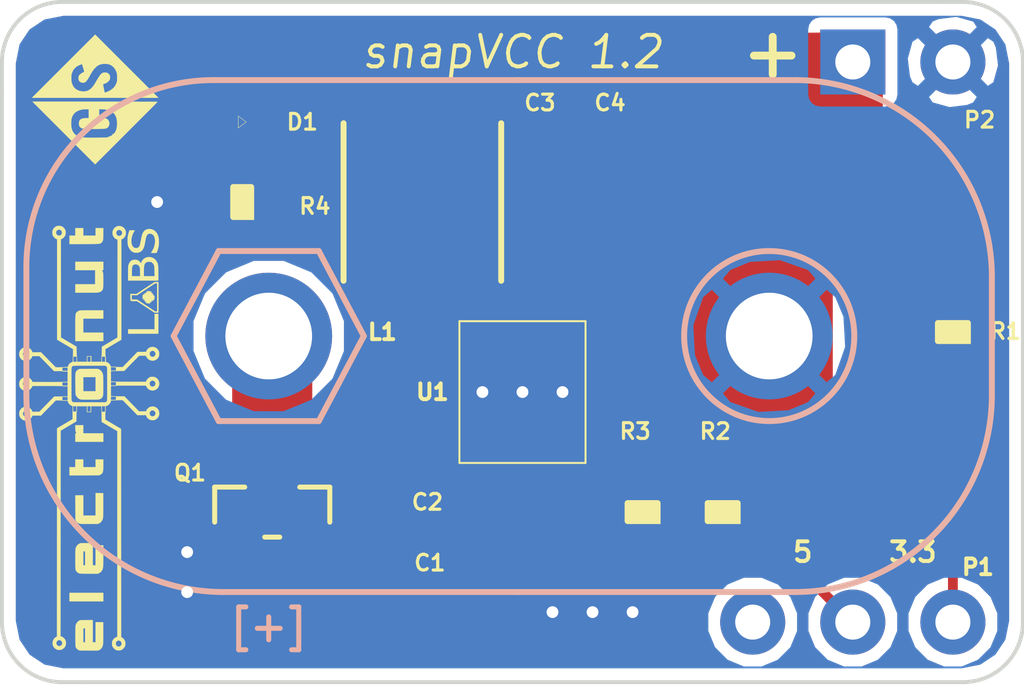
<source format=kicad_pcb>
(kicad_pcb (version 4) (host pcbnew 4.0.1-stable)

  (general
    (links 34)
    (no_connects 0)
    (area 135.585999 96.469999 161.594001 113.842001)
    (thickness 1.6)
    (drawings 19)
    (tracks 57)
    (zones 0)
    (modules 27)
    (nets 11)
  )

  (page A4)
  (layers
    (0 F.Cu signal)
    (31 B.Cu signal)
    (32 B.Adhes user)
    (33 F.Adhes user)
    (34 B.Paste user)
    (35 F.Paste user)
    (36 B.SilkS user)
    (37 F.SilkS user)
    (38 B.Mask user)
    (39 F.Mask user)
    (40 Dwgs.User user hide)
    (41 Cmts.User user)
    (42 Eco1.User user)
    (43 Eco2.User user)
    (44 Edge.Cuts user)
    (45 Margin user)
    (46 B.CrtYd user)
    (47 F.CrtYd user)
    (48 B.Fab user)
    (49 F.Fab user)
  )

  (setup
    (last_trace_width 0.25)
    (trace_clearance 0.2)
    (zone_clearance 0.3)
    (zone_45_only no)
    (trace_min 0.2)
    (segment_width 0.2)
    (edge_width 0.1)
    (via_size 0.6)
    (via_drill 0.4)
    (via_min_size 0.4)
    (via_min_drill 0.3)
    (uvia_size 0.3)
    (uvia_drill 0.1)
    (uvias_allowed no)
    (uvia_min_size 0.2)
    (uvia_min_drill 0.1)
    (pcb_text_width 0.3)
    (pcb_text_size 1.5 1.5)
    (mod_edge_width 0.15)
    (mod_text_size 1 1)
    (mod_text_width 0.15)
    (pad_size 0.6 0.6)
    (pad_drill 0.3)
    (pad_to_mask_clearance 0)
    (aux_axis_origin 0 0)
    (visible_elements 7FFFFF7F)
    (pcbplotparams
      (layerselection 0x010f0_80000001)
      (usegerberextensions true)
      (excludeedgelayer true)
      (linewidth 0.100000)
      (plotframeref false)
      (viasonmask false)
      (mode 1)
      (useauxorigin false)
      (hpglpennumber 1)
      (hpglpenspeed 20)
      (hpglpendiameter 15)
      (hpglpenoverlay 2)
      (psnegative false)
      (psa4output false)
      (plotreference true)
      (plotvalue true)
      (plotinvisibletext false)
      (padsonsilk false)
      (subtractmaskfromsilk true)
      (outputformat 1)
      (mirror false)
      (drillshape 0)
      (scaleselection 1)
      (outputdirectory gerbers/))
  )

  (net 0 "")
  (net 1 "Net-(BT1-Pad1)")
  (net 2 GND)
  (net 3 "Net-(C1-Pad1)")
  (net 4 "Net-(C3-Pad1)")
  (net 5 "Net-(L1-Pad1)")
  (net 6 "Net-(P1-Pad3)")
  (net 7 "Net-(P1-Pad1)")
  (net 8 "Net-(P1-Pad2)")
  (net 9 "Net-(D1-Pad1)")
  (net 10 "Net-(U1-Pad1)")

  (net_class Default "This is the default net class."
    (clearance 0.2)
    (trace_width 0.25)
    (via_dia 0.6)
    (via_drill 0.4)
    (uvia_dia 0.3)
    (uvia_drill 0.1)
    (add_net GND)
    (add_net "Net-(BT1-Pad1)")
    (add_net "Net-(C1-Pad1)")
    (add_net "Net-(C3-Pad1)")
    (add_net "Net-(D1-Pad1)")
    (add_net "Net-(L1-Pad1)")
    (add_net "Net-(P1-Pad1)")
    (add_net "Net-(P1-Pad2)")
    (add_net "Net-(P1-Pad3)")
    (add_net "Net-(U1-Pad1)")
  )

  (net_class Thick ""
    (clearance 0.2)
    (trace_width 1)
    (via_dia 0.6)
    (via_drill 0.4)
    (uvia_dia 0.3)
    (uvia_drill 0.1)
  )

  (module snapVCC_lib:crowd-supply-logo-S (layer F.Cu) (tedit 0) (tstamp 5790B9FF)
    (at 138 98.15 90)
    (fp_text reference G*** (at 0 0 90) (layer F.SilkS) hide
      (effects (font (thickness 0.3)))
    )
    (fp_text value LOGO (at 0.75 0 90) (layer F.SilkS) hide
      (effects (font (thickness 0.3)))
    )
    (fp_poly (pts (xy -0.001059 -0.797983) (xy 0.797983 0.001056) (xy -0.000529 0.79957) (xy -0.049278 0.848318)
      (xy -0.097277 0.896315) (xy -0.14444 0.943473) (xy -0.190679 0.989705) (xy -0.235907 1.034925)
      (xy -0.280038 1.079046) (xy -0.322984 1.121981) (xy -0.36466 1.163643) (xy -0.404978 1.203946)
      (xy -0.443851 1.242803) (xy -0.481193 1.280127) (xy -0.516916 1.315832) (xy -0.550934 1.34983)
      (xy -0.583161 1.382035) (xy -0.613508 1.41236) (xy -0.64189 1.440718) (xy -0.66822 1.467023)
      (xy -0.692411 1.491187) (xy -0.714375 1.513125) (xy -0.734027 1.532749) (xy -0.751279 1.549972)
      (xy -0.766044 1.564708) (xy -0.778236 1.57687) (xy -0.787768 1.586372) (xy -0.794553 1.593125)
      (xy -0.798505 1.597045) (xy -0.79957 1.598083) (xy -0.799598 1.595984) (xy -0.799624 1.589754)
      (xy -0.799651 1.579497) (xy -0.799677 1.565317) (xy -0.799703 1.547315) (xy -0.799728 1.525597)
      (xy -0.799753 1.500263) (xy -0.799777 1.471419) (xy -0.7998 1.439166) (xy -0.799823 1.403608)
      (xy -0.799845 1.364849) (xy -0.799867 1.32299) (xy -0.799888 1.278137) (xy -0.799908 1.23039)
      (xy -0.799927 1.179855) (xy -0.799945 1.126634) (xy -0.799963 1.070829) (xy -0.79998 1.012545)
      (xy -0.799996 0.951884) (xy -0.80001 0.88895) (xy -0.800024 0.823845) (xy -0.800037 0.756674)
      (xy -0.800049 0.687538) (xy -0.800059 0.616541) (xy -0.800069 0.543787) (xy -0.800077 0.469378)
      (xy -0.800084 0.393417) (xy -0.80009 0.316008) (xy -0.800094 0.246761) (xy -0.672885 0.246761)
      (xy -0.671809 0.253561) (xy -0.669254 0.263343) (xy -0.665423 0.275735) (xy -0.65129 0.314595)
      (xy -0.634714 0.35146) (xy -0.61592 0.385998) (xy -0.595131 0.417874) (xy -0.572571 0.446755)
      (xy -0.548465 0.472307) (xy -0.523037 0.494197) (xy -0.514221 0.500683) (xy -0.489348 0.516399)
      (xy -0.461865 0.53056) (xy -0.432933 0.54269) (xy -0.403713 0.552314) (xy -0.375366 0.558957)
      (xy -0.369359 0.559971) (xy -0.358308 0.561211) (xy -0.343877 0.562091) (xy -0.326905 0.562605)
      (xy -0.308232 0.562747) (xy -0.288696 0.562511) (xy -0.269136 0.561893) (xy -0.250392 0.560884)
      (xy -0.249406 0.560818) (xy -0.226271 0.55899) (xy -0.206552 0.556848) (xy -0.189437 0.554259)
      (xy -0.174114 0.551088) (xy -0.159771 0.547203) (xy -0.152759 0.544967) (xy -0.117361 0.531278)
      (xy -0.085034 0.514835) (xy -0.055498 0.495467) (xy -0.028473 0.473005) (xy -0.019959 0.464786)
      (xy 0.002478 0.43992) (xy 0.020974 0.414038) (xy 0.03579 0.38665) (xy 0.047187 0.357262)
      (xy 0.055424 0.325384) (xy 0.056344 0.320675) (xy 0.057961 0.309094) (xy 0.059187 0.294238)
      (xy 0.060022 0.277026) (xy 0.060464 0.258375) (xy 0.060512 0.239204) (xy 0.060166 0.220431)
      (xy 0.059425 0.202974) (xy 0.058288 0.18775) (xy 0.056754 0.175679) (xy 0.056476 0.174126)
      (xy 0.049028 0.141784) (xy 0.039229 0.112203) (xy 0.026732 0.084753) (xy 0.011191 0.058802)
      (xy -0.007741 0.033717) (xy -0.030408 0.008867) (xy -0.038371 0.000993) (xy -0.053289 -0.012928)
      (xy -0.06888 -0.026415) (xy -0.085521 -0.039727) (xy -0.103591 -0.053119) (xy -0.123467 -0.066849)
      (xy -0.145527 -0.081174) (xy -0.170148 -0.096351) (xy -0.197707 -0.112638) (xy -0.228583 -0.130291)
      (xy -0.243362 -0.138583) (xy -0.267479 -0.152112) (xy -0.288241 -0.163926) (xy -0.306034 -0.174283)
      (xy -0.32125 -0.183441) (xy -0.334277 -0.191658) (xy -0.345504 -0.199191) (xy -0.35532 -0.206299)
      (xy -0.364115 -0.21324) (xy -0.372276 -0.220271) (xy -0.380195 -0.227651) (xy -0.38537 -0.232732)
      (xy -0.396356 -0.244233) (xy -0.404402 -0.254236) (xy -0.409975 -0.263754) (xy -0.413542 -0.273803)
      (xy -0.415571 -0.285396) (xy -0.416528 -0.299546) (xy -0.416559 -0.300402) (xy -0.416113 -0.323345)
      (xy -0.412982 -0.343425) (xy -0.406989 -0.361186) (xy -0.397961 -0.377171) (xy -0.387969 -0.389554)
      (xy -0.373119 -0.402559) (xy -0.355793 -0.412169) (xy -0.336098 -0.418342) (xy -0.314141 -0.421033)
      (xy -0.307976 -0.421158) (xy -0.296533 -0.420607) (xy -0.283703 -0.419105) (xy -0.270721 -0.416881)
      (xy -0.258819 -0.414164) (xy -0.249231 -0.411184) (xy -0.24536 -0.409501) (xy -0.233279 -0.401619)
      (xy -0.220448 -0.390253) (xy -0.207324 -0.375978) (xy -0.194366 -0.359366) (xy -0.182032 -0.340991)
      (xy -0.170781 -0.321425) (xy -0.16398 -0.307727) (xy -0.159411 -0.298312) (xy -0.154826 -0.289591)
      (xy -0.150874 -0.282764) (xy -0.148946 -0.279904) (xy -0.145007 -0.275395) (xy -0.141538 -0.273746)
      (xy -0.13687 -0.274165) (xy -0.136853 -0.274169) (xy -0.130781 -0.275596) (xy -0.121532 -0.278011)
      (xy -0.109633 -0.281259) (xy -0.095614 -0.285183) (xy -0.080005 -0.289627) (xy -0.063333 -0.294437)
      (xy -0.046129 -0.299457) (xy -0.028922 -0.304529) (xy -0.01224 -0.3095) (xy 0.003386 -0.314212)
      (xy 0.017428 -0.318511) (xy 0.029357 -0.32224) (xy 0.038643 -0.325244) (xy 0.044758 -0.327367)
      (xy 0.046879 -0.328251) (xy 0.050079 -0.332214) (xy 0.050799 -0.336599) (xy 0.049866 -0.343669)
      (xy 0.047251 -0.353784) (xy 0.043235 -0.366236) (xy 0.038097 -0.38032) (xy 0.032115 -0.395328)
      (xy 0.025571 -0.410552) (xy 0.018742 -0.425286) (xy 0.011909 -0.438823) (xy 0.006709 -0.448176)
      (xy -0.012244 -0.476528) (xy -0.034529 -0.502913) (xy -0.059684 -0.527012) (xy -0.08725 -0.548503)
      (xy -0.116765 -0.567065) (xy -0.14777 -0.582378) (xy -0.179804 -0.594121) (xy -0.212407 -0.601972)
      (xy -0.214499 -0.602334) (xy -0.226188 -0.603852) (xy -0.241178 -0.605105) (xy -0.258544 -0.606072)
      (xy -0.277361 -0.60673) (xy -0.296703 -0.607058) (xy -0.315647 -0.607033) (xy -0.333265 -0.606634)
      (xy -0.348634 -0.60584) (xy -0.351971 -0.605581) (xy -0.373557 -0.603488) (xy -0.392064 -0.601019)
      (xy -0.408641 -0.597955) (xy -0.424439 -0.594081) (xy -0.440608 -0.589178) (xy -0.442897 -0.58842)
      (xy -0.477199 -0.575034) (xy -0.508337 -0.558836) (xy -0.536309 -0.539827) (xy -0.561112 -0.518013)
      (xy -0.582743 -0.493395) (xy -0.601201 -0.465976) (xy -0.616482 -0.43576) (xy -0.628583 -0.402749)
      (xy -0.637504 -0.366947) (xy -0.639391 -0.356658) (xy -0.642108 -0.33627) (xy -0.643741 -0.314219)
      (xy -0.644277 -0.291768) (xy -0.643703 -0.270176) (xy -0.642006 -0.250707) (xy -0.640593 -0.241383)
      (xy -0.632942 -0.209827) (xy -0.621649 -0.179775) (xy -0.606605 -0.151044) (xy -0.587701 -0.123457)
      (xy -0.564828 -0.096832) (xy -0.537877 -0.07099) (xy -0.536859 -0.070098) (xy -0.527061 -0.061721)
      (xy -0.517129 -0.053648) (xy -0.506713 -0.045649) (xy -0.495461 -0.037497) (xy -0.483024 -0.028962)
      (xy -0.46905 -0.019818) (xy -0.453188 -0.009834) (xy -0.435089 0.001218) (xy -0.4144 0.013565)
      (xy -0.390772 0.027437) (xy -0.363854 0.043062) (xy -0.357717 0.046606) (xy -0.329162 0.063274)
      (xy -0.304079 0.078337) (xy -0.282128 0.092026) (xy -0.26297 0.104575) (xy -0.246264 0.116217)
      (xy -0.231668 0.127183) (xy -0.218843 0.137707) (xy -0.207448 0.148022) (xy -0.203033 0.152321)
      (xy -0.187521 0.169906) (xy -0.176005 0.188038) (xy -0.168283 0.207256) (xy -0.164151 0.228104)
      (xy -0.163407 0.251122) (xy -0.163719 0.257175) (xy -0.1668 0.281493) (xy -0.172698 0.302812)
      (xy -0.181563 0.32142) (xy -0.193545 0.337606) (xy -0.208795 0.351656) (xy -0.215305 0.356378)
      (xy -0.230239 0.365261) (xy -0.245468 0.371422) (xy -0.262532 0.375427) (xy -0.270421 0.376577)
      (xy -0.294135 0.377823) (xy -0.316178 0.375311) (xy -0.336842 0.368938) (xy -0.35642 0.3586)
      (xy -0.375203 0.344194) (xy -0.383196 0.336634) (xy -0.403022 0.313989) (xy -0.419845 0.288662)
      (xy -0.43379 0.260441) (xy -0.444547 0.230545) (xy -0.448492 0.218163) (xy -0.451878 0.209341)
      (xy -0.45511 0.203517) (xy -0.458592 0.200129) (xy -0.462727 0.198614) (xy -0.467662 0.1984)
      (xy -0.472374 0.19893) (xy -0.480523 0.200226) (xy -0.491602 0.202183) (xy -0.505102 0.204696)
      (xy -0.520515 0.207661) (xy -0.537333 0.210974) (xy -0.555047 0.21453) (xy -0.57315 0.218225)
      (xy -0.591132 0.221953) (xy -0.608486 0.225611) (xy -0.624704 0.229094) (xy -0.639277 0.232298)
      (xy -0.651697 0.235117) (xy -0.661455 0.237449) (xy -0.668045 0.239187) (xy -0.6709 0.240189)
      (xy -0.672558 0.242463) (xy -0.672885 0.246761) (xy -0.800094 0.246761) (xy -0.800095 0.237255)
      (xy -0.800098 0.157259) (xy -0.8001 0.076124) (xy -0.8001 -1.597023) (xy -0.001059 -0.797983)) (layer F.SilkS) (width 0.01))
  )

  (module snapVCC_lib:via (layer F.Cu) (tedit 56022A20) (tstamp 560BBE9D)
    (at 151.638 112.014)
    (fp_text reference via (at 0 -0.508) (layer F.SilkS) hide
      (effects (font (size 0.4 0.4) (thickness 0.08)))
    )
    (fp_text value VAL** (at 0 0.508) (layer F.SilkS) hide
      (effects (font (size 0.4 0.4) (thickness 0.08)))
    )
    (pad 1 thru_hole circle (at 0 0) (size 0.6 0.6) (drill 0.3) (layers *.Cu)
      (net 2 GND) (zone_connect 2))
  )

  (module snapVCC_lib:via (layer F.Cu) (tedit 56022A20) (tstamp 560BBE96)
    (at 150.622 112.014)
    (fp_text reference via (at 0 -0.508) (layer F.SilkS) hide
      (effects (font (size 0.4 0.4) (thickness 0.08)))
    )
    (fp_text value VAL** (at 0 0.508) (layer F.SilkS) hide
      (effects (font (size 0.4 0.4) (thickness 0.08)))
    )
    (pad 1 thru_hole circle (at 0 0) (size 0.6 0.6) (drill 0.3) (layers *.Cu)
      (net 2 GND) (zone_connect 2))
  )

  (module snapVCC_lib:via (layer F.Cu) (tedit 56022A20) (tstamp 560BAFFC)
    (at 140.335 111.506)
    (fp_text reference via (at 0 -0.508) (layer F.SilkS) hide
      (effects (font (size 0.4 0.4) (thickness 0.08)))
    )
    (fp_text value VAL** (at 0 0.508) (layer F.SilkS) hide
      (effects (font (size 0.4 0.4) (thickness 0.08)))
    )
    (pad 1 thru_hole circle (at 0 0) (size 0.6 0.6) (drill 0.3) (layers *.Cu)
      (net 2 GND) (zone_connect 2))
  )

  (module snapVCC_lib:via (layer F.Cu) (tedit 56022A20) (tstamp 560BA8DD)
    (at 149.606 112.014)
    (fp_text reference via (at 0 -0.508) (layer F.SilkS) hide
      (effects (font (size 0.4 0.4) (thickness 0.08)))
    )
    (fp_text value VAL** (at 0 0.508) (layer F.SilkS) hide
      (effects (font (size 0.4 0.4) (thickness 0.08)))
    )
    (pad 1 thru_hole circle (at 0 0) (size 0.6 0.6) (drill 0.3) (layers *.Cu)
      (net 2 GND) (zone_connect 2))
  )

  (module snapVCC_lib:via (layer F.Cu) (tedit 56022A20) (tstamp 560BA8CB)
    (at 149.86 106.426)
    (fp_text reference via (at 0 -0.508) (layer F.SilkS) hide
      (effects (font (size 0.4 0.4) (thickness 0.08)))
    )
    (fp_text value VAL** (at 0 0.508) (layer F.SilkS) hide
      (effects (font (size 0.4 0.4) (thickness 0.08)))
    )
    (pad 1 thru_hole circle (at 0 0) (size 0.6 0.6) (drill 0.3) (layers *.Cu)
      (net 2 GND) (zone_connect 2))
  )

  (module snapVCC_lib:via (layer F.Cu) (tedit 56022A20) (tstamp 560BA8C4)
    (at 147.828 106.426)
    (fp_text reference via (at 0 -0.508) (layer F.SilkS) hide
      (effects (font (size 0.4 0.4) (thickness 0.08)))
    )
    (fp_text value VAL** (at 0 0.508) (layer F.SilkS) hide
      (effects (font (size 0.4 0.4) (thickness 0.08)))
    )
    (pad 1 thru_hole circle (at 0 0) (size 0.6 0.6) (drill 0.3) (layers *.Cu)
      (net 2 GND) (zone_connect 2))
  )

  (module snapVCC_lib:via (layer F.Cu) (tedit 56022A20) (tstamp 5607CD0E)
    (at 148.844 106.426)
    (fp_text reference via (at 0 -0.508) (layer F.SilkS) hide
      (effects (font (size 0.4 0.4) (thickness 0.08)))
    )
    (fp_text value VAL** (at 0 0.508) (layer F.SilkS) hide
      (effects (font (size 0.4 0.4) (thickness 0.08)))
    )
    (pad 1 thru_hole circle (at 0 0) (size 0.6 0.6) (drill 0.3) (layers *.Cu)
      (net 2 GND) (zone_connect 2))
  )

  (module snapVCC_lib:via (layer F.Cu) (tedit 56022A20) (tstamp 5607CC96)
    (at 139.573 101.6)
    (fp_text reference via (at 0 -0.508) (layer F.SilkS) hide
      (effects (font (size 0.4 0.4) (thickness 0.08)))
    )
    (fp_text value VAL** (at 0 0.508) (layer F.SilkS) hide
      (effects (font (size 0.4 0.4) (thickness 0.08)))
    )
    (pad 1 thru_hole circle (at 0 0) (size 0.6 0.6) (drill 0.3) (layers *.Cu)
      (net 2 GND) (zone_connect 2))
  )

  (module snapVCC_lib:H2-2.54 (layer F.Cu) (tedit 57908B99) (tstamp 56021490)
    (at 158.496 98.044 90)
    (path /5601496D)
    (fp_text reference P2 (at -1.706 1.504 360) (layer F.SilkS)
      (effects (font (size 0.4 0.4) (thickness 0.08)) (justify left bottom))
    )
    (fp_text value CONN_01X02 (at 1.65 -0.85 180) (layer F.SilkS) hide
      (effects (font (size 0.4 0.4) (thickness 0.08)) (justify right top))
    )
    (pad 1 thru_hole rect (at 0 -1.27 90) (size 1.651 1.651) (drill 0.889) (layers *.Cu *.Mask)
      (net 4 "Net-(C3-Pad1)"))
    (pad 2 thru_hole circle (at 0 1.27 90) (size 1.651 1.651) (drill 0.889) (layers *.Cu *.Mask)
      (net 2 GND))
  )

  (module snapVCC_lib:KEY967 (layer B.Cu) (tedit 56040D6C) (tstamp 5602145D)
    (at 148.7551 105.0036)
    (path /56012F4C)
    (fp_text reference BT1 (at 0.0489 -0.0464) (layer B.SilkS) hide
      (effects (font (size 0.4 0.4) (thickness 0.08)) (justify mirror))
    )
    (fp_text value "Battery Holder" (at -0.0011 0.7536) (layer B.SilkS) hide
      (effects (font (size 0.4 0.4) (thickness 0.08)) (justify mirror))
    )
    (fp_line (start -5.08 2.159) (end -3.937 0) (layer B.SilkS) (width 0.15))
    (fp_line (start -3.937 0) (end -5.08 -2.159) (layer B.SilkS) (width 0.15))
    (fp_line (start -7.62 2.159) (end -5.08 2.159) (layer B.SilkS) (width 0.15))
    (fp_line (start -7.62 -2.159) (end -5.08 -2.159) (layer B.SilkS) (width 0.15))
    (fp_line (start -7.62 2.159) (end -8.763 0) (layer B.SilkS) (width 0.15))
    (fp_line (start -8.763 0) (end -7.62 -2.159) (layer B.SilkS) (width 0.15))
    (fp_circle (center 6.35 0) (end 4.191 0) (layer B.SilkS) (width 0.15))
    (fp_arc (start 7 -1.5) (end 12 -1.5) (angle -90) (layer B.SilkS) (width 0.15))
    (fp_arc (start 7 1.5) (end 7 6.5) (angle -90) (layer B.SilkS) (width 0.15))
    (fp_line (start 12 0) (end 12 1.5) (layer B.SilkS) (width 0.15))
    (fp_line (start 12 0) (end 12 -1.5) (layer B.SilkS) (width 0.15))
    (fp_line (start 0 6.5) (end 7 6.5) (layer B.SilkS) (width 0.15))
    (fp_line (start 0 -6.5) (end 7 -6.5) (layer B.SilkS) (width 0.15))
    (fp_line (start -7.75 -6.5) (end 0 -6.5) (layer B.SilkS) (width 0.15))
    (fp_arc (start -7.75 -1.75) (end -7.75 -6.5) (angle -90) (layer B.SilkS) (width 0.15))
    (fp_line (start -12.5 1.5) (end -12.5 -1.75) (layer B.SilkS) (width 0.15))
    (fp_arc (start -7.5 1.5) (end -12.5 1.5) (angle -90) (layer B.SilkS) (width 0.15))
    (fp_line (start 0 6.5) (end -7.5 6.5) (layer B.SilkS) (width 0.15))
    (fp_text user [+] (at -6.35 7.366) (layer B.SilkS)
      (effects (font (size 0.762 0.762) (thickness 0.127)) (justify mirror))
    )
    (pad 1 thru_hole circle (at -6.35 0) (size 3.216 3.216) (drill 2.2) (layers *.Cu *.Mask)
      (net 1 "Net-(BT1-Pad1)"))
    (pad 2 thru_hole circle (at 6.35 0) (size 3.216 3.216) (drill 2.2) (layers *.Cu *.Mask)
      (net 2 GND))
  )

  (module snapVCC_lib:0603-CAP (layer F.Cu) (tedit 560253C7) (tstamp 56021463)
    (at 148.59 110.744)
    (path /56013D58)
    (fp_text reference C1 (at -2.54 0.254) (layer F.SilkS)
      (effects (font (size 0.4 0.4) (thickness 0.08)) (justify left bottom))
    )
    (fp_text value 10uF (at -1.016 1.143) (layer F.SilkS) hide
      (effects (font (size 0.4 0.4) (thickness 0.08)) (justify left bottom))
    )
    (fp_poly (pts (xy -0.8382 0.4699) (xy -0.3381 0.4699) (xy -0.3381 -0.4801) (xy -0.8382 -0.4801)) (layer Dwgs.User) (width 0.15))
    (fp_poly (pts (xy 0.3302 0.4699) (xy 0.8303 0.4699) (xy 0.8303 -0.4801) (xy 0.3302 -0.4801)) (layer Dwgs.User) (width 0.15))
    (fp_poly (pts (xy -0.1999 0.3) (xy 0.1999 0.3) (xy 0.1999 -0.3) (xy -0.1999 -0.3)) (layer F.Adhes) (width 0.15))
    (pad 1 smd rect (at -0.85 0) (size 1.1 1) (layers F.Cu F.Paste F.Mask)
      (net 3 "Net-(C1-Pad1)"))
    (pad 2 smd rect (at 0.85 0) (size 1.1 1) (layers F.Cu F.Paste F.Mask)
      (net 2 GND))
  )

  (module snapVCC_lib:0603-CAP (layer F.Cu) (tedit 56024B17) (tstamp 5602146F)
    (at 149.352 101.346 270)
    (path /56013DB4)
    (fp_text reference C3 (at -2.032 0.508 540) (layer F.SilkS)
      (effects (font (size 0.4 0.4) (thickness 0.08)) (justify left bottom))
    )
    (fp_text value 10uF (at -1.016 1.143 270) (layer F.SilkS) hide
      (effects (font (size 0.4 0.4) (thickness 0.08)) (justify left bottom))
    )
    (fp_poly (pts (xy -0.8382 0.4699) (xy -0.3381 0.4699) (xy -0.3381 -0.4801) (xy -0.8382 -0.4801)) (layer Dwgs.User) (width 0.15))
    (fp_poly (pts (xy 0.3302 0.4699) (xy 0.8303 0.4699) (xy 0.8303 -0.4801) (xy 0.3302 -0.4801)) (layer Dwgs.User) (width 0.15))
    (fp_poly (pts (xy -0.1999 0.3) (xy 0.1999 0.3) (xy 0.1999 -0.3) (xy -0.1999 -0.3)) (layer F.Adhes) (width 0.15))
    (pad 1 smd rect (at -0.85 0 270) (size 1.1 1) (layers F.Cu F.Paste F.Mask)
      (net 4 "Net-(C3-Pad1)"))
    (pad 2 smd rect (at 0.85 0 270) (size 1.1 1) (layers F.Cu F.Paste F.Mask)
      (net 2 GND))
  )

  (module snapVCC_lib:0603-CAP (layer F.Cu) (tedit 560253F3) (tstamp 56021475)
    (at 151.13 101.346 270)
    (path /56013DDC)
    (fp_text reference C4 (at -2.032 0.508 360) (layer F.SilkS)
      (effects (font (size 0.4 0.4) (thickness 0.08)) (justify left bottom))
    )
    (fp_text value 10uF (at -1.016 1.143 270) (layer F.SilkS) hide
      (effects (font (size 0.4 0.4) (thickness 0.08)) (justify left bottom))
    )
    (fp_poly (pts (xy -0.8382 0.4699) (xy -0.3381 0.4699) (xy -0.3381 -0.4801) (xy -0.8382 -0.4801)) (layer Dwgs.User) (width 0.15))
    (fp_poly (pts (xy 0.3302 0.4699) (xy 0.8303 0.4699) (xy 0.8303 -0.4801) (xy 0.3302 -0.4801)) (layer Dwgs.User) (width 0.15))
    (fp_poly (pts (xy -0.1999 0.3) (xy 0.1999 0.3) (xy 0.1999 -0.3) (xy -0.1999 -0.3)) (layer F.Adhes) (width 0.15))
    (pad 1 smd rect (at -0.85 0 270) (size 1.1 1) (layers F.Cu F.Paste F.Mask)
      (net 4 "Net-(C3-Pad1)"))
    (pad 2 smd rect (at 0.85 0 270) (size 1.1 1) (layers F.Cu F.Paste F.Mask)
      (net 2 GND))
  )

  (module snapVCC_lib:L-4mm (layer F.Cu) (tedit 560BA69A) (tstamp 56021483)
    (at 146.304 101.6 90)
    (path /56013F11)
    (fp_text reference L1 (at -3.302 -1.016 180) (layer F.SilkS)
      (effects (font (size 0.4 0.4) (thickness 0.1)))
    )
    (fp_text value 10uH (at 0 -3.81 90) (layer F.Fab) hide
      (effects (font (size 1 1) (thickness 0.15)))
    )
    (fp_line (start -2 2) (end 2 2) (layer F.SilkS) (width 0.15))
    (fp_line (start -2 -2) (end 2 -2) (layer F.SilkS) (width 0.15))
    (pad 1 smd rect (at -2 0 90) (size 1.2 3.7) (layers F.Cu F.Paste F.Mask)
      (net 5 "Net-(L1-Pad1)"))
    (pad 2 smd rect (at 2 0 90) (size 1.2 3.7) (layers F.Cu F.Paste F.Mask)
      (net 4 "Net-(C3-Pad1)"))
  )

  (module snapVCC_lib:SOT23 (layer F.Cu) (tedit 56024759) (tstamp 56021497)
    (at 142.494 109.474)
    (descr <b>SOT23</b>)
    (path /56012F07)
    (fp_text reference Q1 (at -2.54 -0.762) (layer F.SilkS)
      (effects (font (size 0.4 0.4) (thickness 0.08)) (justify left bottom))
    )
    (fp_text value IRLML9301TRPbF (at -0.508 0.254) (layer F.SilkS) hide
      (effects (font (size 0.4 0.4) (thickness 0.08)) (justify left bottom))
    )
    (fp_line (start -0.1905 0.635) (end 0.1905 0.635) (layer F.SilkS) (width 0.127))
    (fp_line (start 1.4605 0.254) (end 1.4605 -0.635) (layer F.SilkS) (width 0.127))
    (fp_line (start 1.4605 -0.635) (end 0.6985 -0.635) (layer F.SilkS) (width 0.127))
    (fp_line (start -0.6985 -0.635) (end -1.4605 -0.635) (layer F.SilkS) (width 0.127))
    (fp_line (start -1.4605 -0.635) (end -1.4605 0.254) (layer F.SilkS) (width 0.127))
    (fp_poly (pts (xy -0.2286 -0.7112) (xy 0.2286 -0.7112) (xy 0.2286 -1.2954) (xy -0.2286 -1.2954)) (layer Dwgs.User) (width 0.15))
    (fp_poly (pts (xy 0.7112 1.2954) (xy 1.1684 1.2954) (xy 1.1684 0.7112) (xy 0.7112 0.7112)) (layer Dwgs.User) (width 0.15))
    (fp_poly (pts (xy -1.1684 1.2954) (xy -0.7112 1.2954) (xy -0.7112 0.7112) (xy -1.1684 0.7112)) (layer Dwgs.User) (width 0.15))
    (pad 3 smd rect (at 0 -1.016) (size 1.016 1.143) (layers F.Cu F.Paste F.Mask)
      (net 1 "Net-(BT1-Pad1)"))
    (pad 2 smd rect (at 0.889 1.016) (size 1.016 1.143) (layers F.Cu F.Paste F.Mask)
      (net 3 "Net-(C1-Pad1)"))
    (pad 1 smd rect (at -0.889 1.016 180) (size 1.016 1.143) (layers F.Cu F.Paste F.Mask)
      (net 2 GND))
  )

  (module snapVCC_lib:0603-RES (layer F.Cu) (tedit 560253E6) (tstamp 5602149D)
    (at 159.766 104.902 270)
    (path /56013E03)
    (fp_text reference R1 (at -0.254 -1.778 360) (layer F.SilkS)
      (effects (font (size 0.4 0.4) (thickness 0.08)) (justify right top))
    )
    (fp_text value 62k (at 0.4 -1.05 270) (layer F.SilkS) hide
      (effects (font (size 0.4 0.4) (thickness 0.08)) (justify right top))
    )
    (fp_poly (pts (xy -0.8382 0.4699) (xy -0.3381 0.4699) (xy -0.3381 -0.4801) (xy -0.8382 -0.4801)) (layer Dwgs.User) (width 0.15))
    (fp_poly (pts (xy 0.3302 0.4699) (xy 0.8303 0.4699) (xy 0.8303 -0.4801) (xy 0.3302 -0.4801)) (layer Dwgs.User) (width 0.15))
    (fp_poly (pts (xy -0.1999 0.3) (xy 0.1999 0.3) (xy 0.1999 -0.3) (xy -0.1999 -0.3)) (layer F.Adhes) (width 0.15))
    (fp_poly (pts (xy -0.2286 0.381) (xy 0.2286 0.381) (xy 0.2286 -0.381) (xy -0.2286 -0.381)) (layer F.SilkS) (width 0.15))
    (pad 1 smd rect (at -0.85 0 270) (size 1.1 1) (layers F.Cu F.Paste F.Mask)
      (net 4 "Net-(C3-Pad1)"))
    (pad 2 smd rect (at 0.85 0 270) (size 1.1 1) (layers F.Cu F.Paste F.Mask)
      (net 6 "Net-(P1-Pad3)"))
  )

  (module snapVCC_lib:0603-RES (layer F.Cu) (tedit 560253D9) (tstamp 560214A3)
    (at 153.924 109.474 270)
    (path /56013E3C)
    (fp_text reference R2 (at -2.286 -0.254 360) (layer F.SilkS)
      (effects (font (size 0.4 0.4) (thickness 0.08)) (justify right top))
    )
    (fp_text value 43k (at 0.4 -1.05 270) (layer F.SilkS) hide
      (effects (font (size 0.4 0.4) (thickness 0.08)) (justify right top))
    )
    (fp_poly (pts (xy -0.8382 0.4699) (xy -0.3381 0.4699) (xy -0.3381 -0.4801) (xy -0.8382 -0.4801)) (layer Dwgs.User) (width 0.15))
    (fp_poly (pts (xy 0.3302 0.4699) (xy 0.8303 0.4699) (xy 0.8303 -0.4801) (xy 0.3302 -0.4801)) (layer Dwgs.User) (width 0.15))
    (fp_poly (pts (xy -0.1999 0.3) (xy 0.1999 0.3) (xy 0.1999 -0.3) (xy -0.1999 -0.3)) (layer F.Adhes) (width 0.15))
    (fp_poly (pts (xy -0.2286 0.381) (xy 0.2286 0.381) (xy 0.2286 -0.381) (xy -0.2286 -0.381)) (layer F.SilkS) (width 0.15))
    (pad 1 smd rect (at -0.85 0 270) (size 1.1 1) (layers F.Cu F.Paste F.Mask)
      (net 6 "Net-(P1-Pad3)"))
    (pad 2 smd rect (at 0.85 0 270) (size 1.1 1) (layers F.Cu F.Paste F.Mask)
      (net 8 "Net-(P1-Pad2)"))
  )

  (module snapVCC_lib:0603-RES (layer F.Cu) (tedit 560253D1) (tstamp 560214A9)
    (at 151.892 109.474 270)
    (path /56013E65)
    (fp_text reference R3 (at -2.286 -0.254 360) (layer F.SilkS)
      (effects (font (size 0.4 0.4) (thickness 0.08)) (justify right top))
    )
    (fp_text value 20k (at 0.4 -1.05 270) (layer F.SilkS) hide
      (effects (font (size 0.4 0.4) (thickness 0.08)) (justify right top))
    )
    (fp_poly (pts (xy -0.8382 0.4699) (xy -0.3381 0.4699) (xy -0.3381 -0.4801) (xy -0.8382 -0.4801)) (layer Dwgs.User) (width 0.15))
    (fp_poly (pts (xy 0.3302 0.4699) (xy 0.8303 0.4699) (xy 0.8303 -0.4801) (xy 0.3302 -0.4801)) (layer Dwgs.User) (width 0.15))
    (fp_poly (pts (xy -0.1999 0.3) (xy 0.1999 0.3) (xy 0.1999 -0.3) (xy -0.1999 -0.3)) (layer F.Adhes) (width 0.15))
    (fp_poly (pts (xy -0.2286 0.381) (xy 0.2286 0.381) (xy 0.2286 -0.381) (xy -0.2286 -0.381)) (layer F.SilkS) (width 0.15))
    (pad 1 smd rect (at -0.85 0 270) (size 1.1 1) (layers F.Cu F.Paste F.Mask)
      (net 8 "Net-(P1-Pad2)"))
    (pad 2 smd rect (at 0.85 0 270) (size 1.1 1) (layers F.Cu F.Paste F.Mask)
      (net 2 GND))
  )

  (module snapVCC_lib:via (layer F.Cu) (tedit 56022A20) (tstamp 56022995)
    (at 140.335 110.49)
    (fp_text reference via (at 0 -0.508) (layer F.SilkS) hide
      (effects (font (size 0.4 0.4) (thickness 0.08)))
    )
    (fp_text value VAL** (at 0 0.508) (layer F.SilkS) hide
      (effects (font (size 0.4 0.4) (thickness 0.08)))
    )
    (pad 1 thru_hole circle (at 0 0) (size 0.6 0.6) (drill 0.3) (layers *.Cu)
      (net 2 GND) (zone_connect 2))
  )

  (module snapVCC_lib:0603-RES (layer F.Cu) (tedit 560BB3E3) (tstamp 560BADE5)
    (at 141.732 101.6 180)
    (path /56016631)
    (fp_text reference R4 (at -2.286 0.127 180) (layer F.SilkS)
      (effects (font (size 0.4 0.4) (thickness 0.08)) (justify right top))
    )
    (fp_text value 7.1k (at 0.4 -1.05 180) (layer F.SilkS) hide
      (effects (font (size 0.4 0.4) (thickness 0.08)) (justify right top))
    )
    (fp_poly (pts (xy -0.8382 0.4699) (xy -0.3381 0.4699) (xy -0.3381 -0.4801) (xy -0.8382 -0.4801)) (layer Dwgs.User) (width 0.15))
    (fp_poly (pts (xy 0.3302 0.4699) (xy 0.8303 0.4699) (xy 0.8303 -0.4801) (xy 0.3302 -0.4801)) (layer Dwgs.User) (width 0.15))
    (fp_poly (pts (xy -0.1999 0.3) (xy 0.1999 0.3) (xy 0.1999 -0.3) (xy -0.1999 -0.3)) (layer F.Adhes) (width 0.15))
    (fp_poly (pts (xy -0.2286 0.381) (xy 0.2286 0.381) (xy 0.2286 -0.381) (xy -0.2286 -0.381)) (layer F.SilkS) (width 0.15))
    (pad 1 smd rect (at -0.85 0 180) (size 1.1 1) (layers F.Cu F.Paste F.Mask)
      (net 9 "Net-(D1-Pad1)"))
    (pad 2 smd rect (at 0.85 0 180) (size 1.1 1) (layers F.Cu F.Paste F.Mask)
      (net 2 GND))
  )

  (module snapVCC_lib:PINHEAD1-3 (layer F.Cu) (tedit 560BBED4) (tstamp 560BAE4F)
    (at 157.226 112.268)
    (path /560149B5)
    (attr virtual)
    (fp_text reference P1 (at 3.175 -1.397) (layer F.SilkS)
      (effects (font (size 0.4 0.4) (thickness 0.1)))
    )
    (fp_text value CONN_01X03 (at 0 3.81) (layer F.Fab) hide
      (effects (font (size 1 1) (thickness 0.15)))
    )
    (pad 1 thru_hole circle (at -2.54 0) (size 1.651 1.651) (drill 0.889) (layers *.Cu *.Mask)
      (net 7 "Net-(P1-Pad1)"))
    (pad 2 thru_hole circle (at 0 0) (size 1.651 1.651) (drill 0.889) (layers *.Cu *.Mask)
      (net 8 "Net-(P1-Pad2)"))
    (pad 3 thru_hole circle (at 2.54 0) (size 1.651 1.651) (drill 0.889) (layers *.Cu *.Mask)
      (net 6 "Net-(P1-Pad3)"))
  )

  (module snapVCC_lib:SOT-23-5 (layer F.Cu) (tedit 560BEA89) (tstamp 565D0ABA)
    (at 148.844 106.426 270)
    (descr "5-pin SOT23 package")
    (tags SOT-23-5)
    (path /5601357D)
    (attr smd)
    (fp_text reference U1 (at 0 2.286 360) (layer F.SilkS)
      (effects (font (size 0.4 0.4) (thickness 0.1)))
    )
    (fp_text value TPS560200 (at -0.05 2.35 270) (layer F.Fab) hide
      (effects (font (size 1 1) (thickness 0.15)))
    )
    (fp_line (start -1.8 -1.6) (end 1.8 -1.6) (layer F.SilkS) (width 0.05))
    (fp_line (start 1.8 -1.6) (end 1.8 1.6) (layer F.SilkS) (width 0.05))
    (fp_line (start 1.8 1.6) (end -1.8 1.6) (layer F.SilkS) (width 0.05))
    (fp_line (start -1.8 1.6) (end -1.8 -1.6) (layer F.SilkS) (width 0.05))
    (pad 1 smd rect (at -1.1 -0.95 270) (size 1.06 0.65) (layers F.Cu F.Paste F.Mask)
      (net 10 "Net-(U1-Pad1)"))
    (pad 2 smd rect (at -1.1 0 270) (size 1.06 0.65) (layers F.Cu F.Paste F.Mask)
      (net 2 GND))
    (pad 3 smd rect (at -1.1 0.95 270) (size 1.06 0.65) (layers F.Cu F.Paste F.Mask)
      (net 5 "Net-(L1-Pad1)"))
    (pad 4 smd rect (at 1.1 0.95 270) (size 1.06 0.65) (layers F.Cu F.Paste F.Mask)
      (net 3 "Net-(C1-Pad1)"))
    (pad 5 smd rect (at 1.1 -0.95 270) (size 1.06 0.65) (layers F.Cu F.Paste F.Mask)
      (net 8 "Net-(P1-Pad2)"))
    (model Housings_SOT-23_SOT-143_TSOT-6.3dshapes/SOT-23-5.wrl
      (at (xyz 0 0 0))
      (scale (xyz 0.11 0.11 0.11))
      (rotate (xyz 0 0 90))
    )
  )

  (module snapVCC_lib:SML-P11_LED_0402 (layer F.Cu) (tedit 565D12FC) (tstamp 565D0AB5)
    (at 141.732 99.568 180)
    (path /56016668)
    (fp_text reference D1 (at -1.524 0 180) (layer F.SilkS)
      (effects (font (size 0.4 0.4) (thickness 0.08)))
    )
    (fp_text value LED (at 0 -2.54 180) (layer F.Fab) hide
      (effects (font (size 1 1) (thickness 0.15)))
    )
    (fp_line (start 0.1016 0.1524) (end -0.1016 0) (layer F.SilkS) (width 0.01))
    (fp_line (start -0.1016 0) (end 0.1016 -0.1524) (layer F.SilkS) (width 0.01))
    (fp_line (start 0.1016 -0.1524) (end 0.1016 0.1524) (layer F.SilkS) (width 0.01))
    (pad 2 smd rect (at 0.45 0 180) (size 0.5 0.6) (layers F.Cu F.Paste F.Mask)
      (net 3 "Net-(C1-Pad1)"))
    (pad 1 smd rect (at -0.45 0 180) (size 0.5 0.6) (layers F.Cu F.Paste F.Mask)
      (net 9 "Net-(D1-Pad1)"))
  )

  (module snapVCC_lib:0402-seeed (layer F.Cu) (tedit 565D1C46) (tstamp 565D1C1B)
    (at 148.59 109.22)
    (path /56013D93)
    (fp_text reference C2 (at -2.159 0) (layer F.SilkS)
      (effects (font (size 0.4 0.4) (thickness 0.08)))
    )
    (fp_text value 0.1uF (at 0.6096 -1.27) (layer F.Fab) hide
      (effects (font (size 1 1) (thickness 0.15)))
    )
    (pad 2 smd rect (at 0.65 0) (size 0.9 0.7) (layers F.Cu F.Paste F.Mask)
      (net 2 GND))
    (pad 1 smd rect (at -0.65 0) (size 0.9 0.7) (layers F.Cu F.Paste F.Mask)
      (net 3 "Net-(C1-Pad1)"))
  )

  (module snapVCC_lib:crowd-supply-logo-C (layer F.Cu) (tedit 0) (tstamp 5790CB56)
    (at 138 99.85 90)
    (fp_text reference G*** (at 0 0 90) (layer F.SilkS) hide
      (effects (font (thickness 0.3)))
    )
    (fp_text value LOGO (at 0.75 0 90) (layer F.SilkS) hide
      (effects (font (thickness 0.3)))
    )
    (fp_poly (pts (xy 0.795241 -0.008467) (xy 0.795176 0.073104) (xy 0.795107 0.153646) (xy 0.795035 0.233053)
      (xy 0.794959 0.311222) (xy 0.79488 0.388047) (xy 0.794797 0.463426) (xy 0.794712 0.537252)
      (xy 0.794624 0.609423) (xy 0.794534 0.679833) (xy 0.794441 0.748378) (xy 0.794346 0.814954)
      (xy 0.794249 0.879456) (xy 0.794151 0.94178) (xy 0.794051 1.001822) (xy 0.79395 1.059477)
      (xy 0.793847 1.114641) (xy 0.793744 1.167209) (xy 0.79364 1.217077) (xy 0.793535 1.264141)
      (xy 0.79343 1.308296) (xy 0.793325 1.349438) (xy 0.79322 1.387463) (xy 0.793116 1.422265)
      (xy 0.793011 1.453742) (xy 0.792908 1.481787) (xy 0.792805 1.506298) (xy 0.792703 1.527169)
      (xy 0.792603 1.544296) (xy 0.792504 1.557576) (xy 0.792407 1.566902) (xy 0.792311 1.572172)
      (xy 0.792246 1.573388) (xy 0.792058 1.573772) (xy 0.791711 1.573969) (xy 0.791131 1.573905)
      (xy 0.790242 1.573506) (xy 0.78897 1.572696) (xy 0.787238 1.571402) (xy 0.784971 1.569549)
      (xy 0.782094 1.567063) (xy 0.778532 1.563868) (xy 0.774209 1.559891) (xy 0.769051 1.555057)
      (xy 0.76298 1.549291) (xy 0.755924 1.542519) (xy 0.747805 1.534667) (xy 0.738549 1.52566)
      (xy 0.72808 1.515423) (xy 0.716323 1.503882) (xy 0.703203 1.490962) (xy 0.688644 1.47659)
      (xy 0.672571 1.46069) (xy 0.654909 1.443188) (xy 0.635582 1.424009) (xy 0.614515 1.40308)
      (xy 0.591633 1.380325) (xy 0.56686 1.35567) (xy 0.540121 1.32904) (xy 0.511341 1.300361)
      (xy 0.480444 1.269559) (xy 0.447355 1.236559) (xy 0.411998 1.201286) (xy 0.374299 1.163666)
      (xy 0.334182 1.123625) (xy 0.291572 1.081088) (xy 0.246393 1.03598) (xy 0.19857 0.988227)
      (xy 0.148027 0.937754) (xy 0.09469 0.884488) (xy 0.038483 0.828353) (xy -0.000058 0.789861)
      (xy -0.790575 0.000338) (xy -0.735542 -0.055005) (xy -0.73051 -0.060053) (xy -0.722582 -0.067992)
      (xy -0.711856 -0.078722) (xy -0.698432 -0.092145) (xy -0.698317 -0.09226) (xy -0.120197 -0.09226)
      (xy -0.120193 -0.057947) (xy -0.120098 -0.022706) (xy -0.119911 0.013132) (xy -0.119631 0.049237)
      (xy -0.119255 0.085277) (xy -0.118782 0.120923) (xy -0.118691 0.127) (xy -0.116082 0.297391)
      (xy -0.095898 0.348191) (xy -0.088744 0.366127) (xy -0.082832 0.380717) (xy -0.077879 0.392566)
      (xy -0.073598 0.402278) (xy -0.069707 0.410455) (xy -0.065919 0.417702) (xy -0.061951 0.424622)
      (xy -0.057517 0.431818) (xy -0.053463 0.43815) (xy -0.036044 0.461256) (xy -0.015152 0.482254)
      (xy 0.008929 0.500985) (xy 0.035914 0.51729) (xy 0.065518 0.531008) (xy 0.097457 0.54198)
      (xy 0.131445 0.550048) (xy 0.1524 0.553388) (xy 0.163706 0.554848) (xy 0.173306 0.555985)
      (xy 0.181959 0.55683) (xy 0.190424 0.557416) (xy 0.199458 0.557775) (xy 0.209821 0.557939)
      (xy 0.222271 0.557939) (xy 0.237566 0.557808) (xy 0.252942 0.557623) (xy 0.2762 0.557151)
      (xy 0.296898 0.556373) (xy 0.314534 0.555317) (xy 0.328606 0.554006) (xy 0.332317 0.553532)
      (xy 0.370071 0.54651) (xy 0.404994 0.536347) (xy 0.437104 0.523027) (xy 0.466423 0.506537)
      (xy 0.49297 0.486863) (xy 0.516766 0.46399) (xy 0.537832 0.437904) (xy 0.556188 0.40859)
      (xy 0.564986 0.391401) (xy 0.574191 0.370624) (xy 0.582084 0.349524) (xy 0.588779 0.327551)
      (xy 0.594393 0.304154) (xy 0.59904 0.278784) (xy 0.602834 0.250889) (xy 0.605891 0.219919)
      (xy 0.608327 0.185324) (xy 0.608436 0.18346) (xy 0.609367 0.16768) (xy 0.610291 0.1525)
      (xy 0.611158 0.138679) (xy 0.611922 0.126976) (xy 0.612533 0.118152) (xy 0.612871 0.113771)
      (xy 0.61409 0.099483) (xy 0.496486 0.099483) (xy 0.474614 0.099511) (xy 0.454063 0.099591)
      (xy 0.435213 0.099717) (xy 0.418443 0.099886) (xy 0.404135 0.100091) (xy 0.392669 0.100327)
      (xy 0.384424 0.10059) (xy 0.379781 0.100874) (xy 0.378875 0.101071) (xy 0.378724 0.107108)
      (xy 0.378341 0.116609) (xy 0.377765 0.128886) (xy 0.377034 0.143254) (xy 0.37619 0.159025)
      (xy 0.375269 0.175513) (xy 0.374312 0.192032) (xy 0.373358 0.207895) (xy 0.372446 0.222416)
      (xy 0.371616 0.234909) (xy 0.370905 0.244686) (xy 0.370354 0.251061) (xy 0.370265 0.251883)
      (xy 0.367344 0.270691) (xy 0.36308 0.28631) (xy 0.357023 0.299689) (xy 0.34872 0.311778)
      (xy 0.337722 0.323526) (xy 0.335082 0.325989) (xy 0.317792 0.338984) (xy 0.298086 0.348686)
      (xy 0.276388 0.354941) (xy 0.253123 0.357595) (xy 0.247734 0.35768) (xy 0.222066 0.355828)
      (xy 0.198556 0.350384) (xy 0.177259 0.341369) (xy 0.158231 0.328804) (xy 0.148373 0.320013)
      (xy 0.141865 0.313261) (xy 0.136255 0.306568) (xy 0.131454 0.299551) (xy 0.127375 0.291828)
      (xy 0.12393 0.283015) (xy 0.121029 0.27273) (xy 0.118587 0.260589) (xy 0.116513 0.246212)
      (xy 0.114722 0.229214) (xy 0.113123 0.209212) (xy 0.111631 0.185825) (xy 0.110156 0.15867)
      (xy 0.109837 0.1524) (xy 0.109248 0.137803) (xy 0.108745 0.11953) (xy 0.108329 0.098135)
      (xy 0.107999 0.074173) (xy 0.107756 0.048201) (xy 0.107599 0.020773) (xy 0.107527 -0.007555)
      (xy 0.107542 -0.036228) (xy 0.107642 -0.064689) (xy 0.107827 -0.092385) (xy 0.108098 -0.118759)
      (xy 0.108454 -0.143257) (xy 0.108895 -0.165321) (xy 0.10942 -0.184399) (xy 0.109936 -0.197908)
      (xy 0.111189 -0.222838) (xy 0.112612 -0.246222) (xy 0.114164 -0.267598) (xy 0.115808 -0.286506)
      (xy 0.117503 -0.302483) (xy 0.11921 -0.315066) (xy 0.120588 -0.322515) (xy 0.125179 -0.336196)
      (xy 0.132646 -0.350707) (xy 0.142171 -0.36481) (xy 0.152934 -0.377268) (xy 0.16227 -0.38551)
      (xy 0.175295 -0.394354) (xy 0.188034 -0.400811) (xy 0.201483 -0.405169) (xy 0.216637 -0.407719)
      (xy 0.234493 -0.408751) (xy 0.242358 -0.408804) (xy 0.268317 -0.40733) (xy 0.291135 -0.403071)
      (xy 0.310933 -0.39594) (xy 0.327835 -0.385845) (xy 0.341965 -0.372699) (xy 0.353446 -0.356411)
      (xy 0.3624 -0.336892) (xy 0.368183 -0.317415) (xy 0.37121 -0.302125) (xy 0.373544 -0.284496)
      (xy 0.375219 -0.264093) (xy 0.376268 -0.240483) (xy 0.376723 -0.213232) (xy 0.376748 -0.204788)
      (xy 0.376767 -0.15875) (xy 0.610043 -0.15875) (xy 0.609079 -0.224896) (xy 0.608656 -0.248089)
      (xy 0.608065 -0.26779) (xy 0.607226 -0.284741) (xy 0.606058 -0.299683) (xy 0.604479 -0.313356)
      (xy 0.602408 -0.326502) (xy 0.599764 -0.339862) (xy 0.596466 -0.354177) (xy 0.593701 -0.365254)
      (xy 0.582282 -0.403311) (xy 0.568288 -0.438031) (xy 0.551679 -0.469469) (xy 0.532417 -0.497679)
      (xy 0.510461 -0.522713) (xy 0.485772 -0.544626) (xy 0.45831 -0.563472) (xy 0.440907 -0.573114)
      (xy 0.420788 -0.58255) (xy 0.40036 -0.590338) (xy 0.378655 -0.596767) (xy 0.354702 -0.602123)
      (xy 0.327532 -0.606693) (xy 0.327025 -0.606767) (xy 0.313419 -0.608298) (xy 0.29664 -0.609464)
      (xy 0.277575 -0.610264) (xy 0.257109 -0.610699) (xy 0.23613 -0.610767) (xy 0.215524 -0.61047)
      (xy 0.196176 -0.609806) (xy 0.178975 -0.608775) (xy 0.164805 -0.607377) (xy 0.160866 -0.606823)
      (xy 0.122033 -0.599254) (xy 0.08645 -0.589063) (xy 0.053974 -0.576164) (xy 0.024464 -0.560467)
      (xy -0.002222 -0.541885) (xy -0.026226 -0.520329) (xy -0.04769 -0.495712) (xy -0.066756 -0.467946)
      (xy -0.068919 -0.464348) (xy -0.082819 -0.438609) (xy -0.094102 -0.412459) (xy -0.102999 -0.385122)
      (xy -0.109739 -0.355826) (xy -0.114553 -0.323796) (xy -0.116459 -0.3048) (xy -0.117189 -0.293709)
      (xy -0.117845 -0.278715) (xy -0.118425 -0.260149) (xy -0.118926 -0.238343) (xy -0.119347 -0.213626)
      (xy -0.119686 -0.186328) (xy -0.119942 -0.156781) (xy -0.120113 -0.125315) (xy -0.120197 -0.09226)
      (xy -0.698317 -0.09226) (xy -0.682409 -0.10816) (xy -0.663888 -0.126668) (xy -0.642967 -0.14757)
      (xy -0.619746 -0.170766) (xy -0.594326 -0.196158) (xy -0.566804 -0.223644) (xy -0.537282 -0.253128)
      (xy -0.505858 -0.284507) (xy -0.472632 -0.317685) (xy -0.437703 -0.35256) (xy -0.401172 -0.389033)
      (xy -0.363137 -0.427006) (xy -0.323699 -0.466379) (xy -0.282956 -0.507052) (xy -0.241008 -0.548926)
      (xy -0.197956 -0.591901) (xy -0.153897 -0.635879) (xy -0.108933 -0.680759) (xy -0.063162 -0.726442)
      (xy -0.016684 -0.77283) (xy 0.030401 -0.819822) (xy 0.05797 -0.847336) (xy 0.796449 -1.584325)
      (xy 0.795241 -0.008467)) (layer F.SilkS) (width 0.01))
    (fp_poly (pts (xy 0 0.477308) (xy -0.001058 0.478366) (xy -0.002117 0.477308) (xy -0.001058 0.47625)
      (xy 0 0.477308)) (layer F.SilkS) (width 0.01))
    (fp_poly (pts (xy -0.021167 0.458258) (xy -0.022225 0.459316) (xy -0.023283 0.458258) (xy -0.022225 0.4572)
      (xy -0.021167 0.458258)) (layer F.SilkS) (width 0.01))
    (fp_poly (pts (xy -0.029104 0.448573) (xy -0.024681 0.45271) (xy -0.023308 0.454719) (xy -0.023973 0.455083)
      (xy -0.025675 0.453663) (xy -0.028996 0.450158) (xy -0.029794 0.449262) (xy -0.034925 0.443441)
      (xy -0.029104 0.448573)) (layer F.SilkS) (width 0.01))
    (fp_poly (pts (xy -0.039105 0.436697) (xy -0.037571 0.43788) (xy -0.03464 0.440491) (xy -0.033867 0.441584)
      (xy -0.034896 0.442218) (xy -0.03771 0.439499) (xy -0.03837 0.438679) (xy -0.040201 0.436172)
      (xy -0.039105 0.436697)) (layer F.SilkS) (width 0.01))
    (fp_poly (pts (xy -0.042333 0.430741) (xy -0.043392 0.4318) (xy -0.04445 0.430741) (xy -0.043392 0.429683)
      (xy -0.042333 0.430741)) (layer F.SilkS) (width 0.01))
    (fp_poly (pts (xy -0.108656 -0.253295) (xy -0.108402 -0.250783) (xy -0.108656 -0.250472) (xy -0.109914 -0.250763)
      (xy -0.110067 -0.251883) (xy -0.109292 -0.253626) (xy -0.108656 -0.253295)) (layer F.SilkS) (width 0.01))
    (fp_poly (pts (xy -0.106539 -0.304095) (xy -0.106286 -0.301583) (xy -0.106539 -0.301272) (xy -0.107797 -0.301563)
      (xy -0.10795 -0.302683) (xy -0.107176 -0.304426) (xy -0.106539 -0.304095)) (layer F.SilkS) (width 0.01))
  )

  (module snapVCC_lib:en4 (layer F.Cu) (tedit 0) (tstamp 5790CADB)
    (at 137.85 107.6 90)
    (fp_text reference G*** (at 0 0 90) (layer F.SilkS) hide
      (effects (font (thickness 0.3)))
    )
    (fp_text value LOGO (at 0.75 0 90) (layer F.SilkS) hide
      (effects (font (thickness 0.3)))
    )
    (fp_poly (pts (xy 2.168046 -1.771493) (xy 2.197776 -1.76501) (xy 2.213731 -1.75875) (xy 2.241842 -1.74082)
      (xy 2.267621 -1.716634) (xy 2.288265 -1.688995) (xy 2.294085 -1.678366) (xy 2.299924 -1.665444)
      (xy 2.303579 -1.653688) (xy 2.305545 -1.64027) (xy 2.306316 -1.622362) (xy 2.306411 -1.607841)
      (xy 2.30618 -1.586208) (xy 2.3051 -1.570675) (xy 2.30259 -1.558273) (xy 2.298068 -1.546034)
      (xy 2.291626 -1.532356) (xy 2.273074 -1.502428) (xy 2.249252 -1.47845) (xy 2.21864 -1.458975)
      (xy 2.210586 -1.45503) (xy 2.181679 -1.441502) (xy 2.181679 -1.225746) (xy 1.991179 -1.038679)
      (xy 1.800679 -0.851611) (xy 1.801258 -0.780725) (xy 1.801639 -0.75068) (xy 1.802303 -0.715169)
      (xy 1.803171 -0.677792) (xy 1.804164 -0.642146) (xy 1.804659 -0.626738) (xy 1.807482 -0.543636)
      (xy 1.831069 -0.535663) (xy 1.864951 -0.519772) (xy 1.893549 -0.49723) (xy 1.915851 -0.469044)
      (xy 1.930569 -0.437071) (xy 1.938086 -0.413767) (xy 2.083695 -0.410566) (xy 2.120132 -0.409827)
      (xy 2.154488 -0.409246) (xy 2.185489 -0.408836) (xy 2.21186 -0.408609) (xy 2.232328 -0.408579)
      (xy 2.245618 -0.408758) (xy 2.249094 -0.408924) (xy 2.268884 -0.410482) (xy 2.387399 -0.611188)
      (xy 2.479936 -0.767898) (xy 5.1435 -0.767898) (xy 5.146284 -0.74265) (xy 5.155253 -0.722775)
      (xy 5.171336 -0.706258) (xy 5.172135 -0.705642) (xy 5.195139 -0.693437) (xy 5.22059 -0.688884)
      (xy 5.246189 -0.69199) (xy 5.269636 -0.702764) (xy 5.273173 -0.705305) (xy 5.290298 -0.723724)
      (xy 5.299726 -0.746763) (xy 5.30128 -0.773638) (xy 5.295342 -0.798189) (xy 5.282991 -0.817962)
      (xy 5.265755 -0.832568) (xy 5.245159 -0.841619) (xy 5.22273 -0.844727) (xy 5.199993 -0.841504)
      (xy 5.178476 -0.831562) (xy 5.159704 -0.814511) (xy 5.15658 -0.810446) (xy 5.148098 -0.796476)
      (xy 5.144252 -0.782503) (xy 5.1435 -0.767898) (xy 2.479936 -0.767898) (xy 2.505915 -0.811893)
      (xy 5.056089 -0.811893) (xy 5.063979 -0.832553) (xy 5.076012 -0.854792) (xy 5.094331 -0.877455)
      (xy 5.116593 -0.898163) (xy 5.140458 -0.914539) (xy 5.149024 -0.918932) (xy 5.163505 -0.925165)
      (xy 5.176118 -0.929063) (xy 5.189858 -0.931158) (xy 5.207718 -0.931982) (xy 5.22297 -0.93209)
      (xy 5.244596 -0.931861) (xy 5.260123 -0.930785) (xy 5.272517 -0.92828) (xy 5.284747 -0.923763)
      (xy 5.298588 -0.917239) (xy 5.332564 -0.895991) (xy 5.359233 -0.869478) (xy 5.378346 -0.838096)
      (xy 5.389658 -0.802237) (xy 5.392964 -0.766536) (xy 5.38887 -0.726993) (xy 5.376753 -0.691571)
      (xy 5.35686 -0.660666) (xy 5.329437 -0.634671) (xy 5.298588 -0.615833) (xy 5.283844 -0.608919)
      (xy 5.271698 -0.60456) (xy 5.259182 -0.602173) (xy 5.243329 -0.601175) (xy 5.22297 -0.600982)
      (xy 5.200822 -0.601267) (xy 5.184741 -0.602474) (xy 5.171736 -0.605139) (xy 5.15881 -0.609792)
      (xy 5.149024 -0.61414) (xy 5.125152 -0.628368) (xy 5.102037 -0.64779) (xy 5.082021 -0.670026)
      (xy 5.067447 -0.692698) (xy 5.063976 -0.700527) (xy 5.056083 -0.721195) (xy 3.806644 -0.720053)
      (xy 2.557206 -0.718911) (xy 2.440632 -0.521607) (xy 2.324059 -0.324304) (xy 2.202976 -0.323096)
      (xy 2.164769 -0.322551) (xy 2.133101 -0.321758) (xy 2.108535 -0.320743) (xy 2.091635 -0.319533)
      (xy 2.082965 -0.318154) (xy 2.081893 -0.317426) (xy 2.077509 -0.315672) (xy 2.064955 -0.314308)
      (xy 2.045123 -0.313393) (xy 2.018908 -0.312982) (xy 2.011589 -0.312965) (xy 1.941286 -0.312965)
      (xy 1.941286 -0.054429) (xy 2.081893 -0.054429) (xy 2.081893 0.049893) (xy 1.941286 0.049893)
      (xy 1.941286 0.312964) (xy 2.011589 0.312964) (xy 2.039236 0.313242) (xy 2.06072 0.314039)
      (xy 2.075146 0.315298) (xy 2.081621 0.316961) (xy 2.081893 0.317426) (xy 2.086334 0.31888)
      (xy 2.099279 0.320178) (xy 2.120162 0.321292) (xy 2.148416 0.322197) (xy 2.183475 0.322866)
      (xy 2.202561 0.323095) (xy 2.323228 0.324303) (xy 2.439802 0.521607) (xy 2.556375 0.718911)
      (xy 3.801179 0.719974) (xy 5.045982 0.721038) (xy 5.057154 0.695028) (xy 5.075616 0.662352)
      (xy 5.099473 0.635979) (xy 5.127584 0.615913) (xy 5.158812 0.602161) (xy 5.192018 0.594732)
      (xy 5.226064 0.59363) (xy 5.259811 0.598863) (xy 5.29212 0.610437) (xy 5.321854 0.628359)
      (xy 5.347873 0.652636) (xy 5.369039 0.683274) (xy 5.374023 0.69317) (xy 5.380142 0.707769)
      (xy 5.383777 0.721332) (xy 5.385524 0.737172) (xy 5.385978 0.758599) (xy 5.385977 0.759732)
      (xy 5.385539 0.781338) (xy 5.383837 0.797363) (xy 5.380217 0.811278) (xy 5.374023 0.826552)
      (xy 5.372891 0.829047) (xy 5.35347 0.861025) (xy 5.327658 0.887642) (xy 5.296846 0.908196)
      (xy 5.262427 0.921986) (xy 5.225791 0.928312) (xy 5.188331 0.926472) (xy 5.181851 0.92527)
      (xy 5.145323 0.913658) (xy 5.112709 0.895225) (xy 5.085391 0.871007) (xy 5.06475 0.842038)
      (xy 5.061054 0.83473) (xy 5.050518 0.812264) (xy 3.777663 0.812079) (xy 2.504808 0.811893)
      (xy 2.473267 0.75845) (xy 5.135353 0.75845) (xy 5.138709 0.782329) (xy 5.143017 0.792797)
      (xy 5.158643 0.81463) (xy 5.178935 0.829843) (xy 5.202249 0.837905) (xy 5.226936 0.838283)
      (xy 5.251352 0.830448) (xy 5.254491 0.828758) (xy 5.275587 0.81228) (xy 5.289488 0.791792)
      (xy 5.295961 0.768884) (xy 5.294771 0.745147) (xy 5.285685 0.722173) (xy 5.272605 0.705443)
      (xy 5.251003 0.689711) (xy 5.226771 0.682213) (xy 5.201348 0.683077) (xy 5.176175 0.692429)
      (xy 5.169722 0.69635) (xy 5.151433 0.71339) (xy 5.139785 0.73478) (xy 5.135353 0.75845)
      (xy 2.473267 0.75845) (xy 2.385684 0.610053) (xy 2.266561 0.408214) (xy 2.174227 0.408214)
      (xy 2.140504 0.408433) (xy 2.113928 0.409071) (xy 2.095013 0.410104) (xy 2.084274 0.411507)
      (xy 2.081893 0.41275) (xy 2.077482 0.414564) (xy 2.06473 0.415953) (xy 2.04436 0.416871)
      (xy 2.017095 0.417271) (xy 2.01015 0.417286) (xy 1.938407 0.417286) (xy 1.930744 0.441594)
      (xy 1.917057 0.471813) (xy 1.896807 0.498978) (xy 1.871754 0.521296) (xy 1.843655 0.536976)
      (xy 1.833563 0.540525) (xy 1.814286 0.546266) (xy 1.814286 0.615579) (xy 1.813998 0.643645)
      (xy 1.813166 0.665038) (xy 1.81184 0.679002) (xy 1.810069 0.684779) (xy 1.80975 0.684893)
      (xy 1.808028 0.689327) (xy 1.806704 0.702243) (xy 1.805807 0.723056) (xy 1.80537 0.751184)
      (xy 1.805333 0.767669) (xy 1.805452 0.850446) (xy 2.19075 1.225698) (xy 2.19075 1.441502)
      (xy 2.219111 1.454774) (xy 2.250669 1.474118) (xy 2.278105 1.499949) (xy 2.299253 1.530142)
      (xy 2.302542 1.536527) (xy 2.308717 1.550424) (xy 2.312513 1.562998) (xy 2.314499 1.57732)
      (xy 2.315244 1.596463) (xy 2.315319 1.605643) (xy 2.315054 1.627539) (xy 2.313707 1.643452)
      (xy 2.310748 1.65645) (xy 2.305646 1.669605) (xy 2.303415 1.674473) (xy 2.282784 1.708121)
      (xy 2.255473 1.735856) (xy 2.223151 1.756455) (xy 2.208914 1.763152) (xy 2.197148 1.767444)
      (xy 2.185055 1.76986) (xy 2.16984 1.770934) (xy 2.148705 1.771194) (xy 2.145488 1.771196)
      (xy 2.12276 1.770933) (xy 2.106364 1.769846) (xy 2.093569 1.767486) (xy 2.081644 1.763403)
      (xy 2.072027 1.759129) (xy 2.038773 1.739017) (xy 2.012157 1.713672) (xy 1.992356 1.684228)
      (xy 1.979548 1.65182) (xy 1.973911 1.617585) (xy 1.974399 1.607612) (xy 2.06385 1.607612)
      (xy 2.067862 1.629292) (xy 2.07904 1.650252) (xy 2.095615 1.668191) (xy 2.115821 1.680808)
      (xy 2.121768 1.683035) (xy 2.141253 1.685555) (xy 2.163482 1.682848) (xy 2.184314 1.67559)
      (xy 2.191184 1.671662) (xy 2.205665 1.658104) (xy 2.217698 1.639707) (xy 2.225304 1.620018)
      (xy 2.226936 1.607612) (xy 2.223055 1.587426) (xy 2.21294 1.566656) (xy 2.198465 1.548792)
      (xy 2.192731 1.543884) (xy 2.181869 1.536555) (xy 2.171406 1.532592) (xy 2.157791 1.531014)
      (xy 2.145393 1.530803) (xy 2.127766 1.531346) (xy 2.115628 1.533628) (xy 2.105428 1.538631)
      (xy 2.098055 1.543884) (xy 2.082498 1.559912) (xy 2.070649 1.580064) (xy 2.064379 1.600851)
      (xy 2.06385 1.607612) (xy 1.974399 1.607612) (xy 1.975623 1.582656) (xy 1.98486 1.548169)
      (xy 2.001802 1.515259) (xy 2.026625 1.485061) (xy 2.028791 1.482954) (xy 2.041317 1.472783)
      (xy 2.056928 1.462578) (xy 2.072883 1.453877) (xy 2.086438 1.448219) (xy 2.093081 1.446893)
      (xy 2.095455 1.445892) (xy 2.097212 1.44215) (xy 2.098431 1.434552) (xy 2.099191 1.421986)
      (xy 2.09957 1.403339) (xy 2.099647 1.377499) (xy 2.099565 1.355044) (xy 2.099095 1.263196)
      (xy 1.906797 1.07554) (xy 1.7145 0.887883) (xy 1.7145 0.821139) (xy 1.714354 0.79553)
      (xy 1.713946 0.763511) (xy 1.713323 0.727738) (xy 1.712533 0.690865) (xy 1.711622 0.655548)
      (xy 1.711509 0.651608) (xy 1.708517 0.548821) (xy 1.7145 0.548821) (xy 1.7145 0.680357)
      (xy 1.80975 0.680357) (xy 1.80975 0.548821) (xy 1.7145 0.548821) (xy 1.708517 0.548821)
      (xy 1.439269 0.548821) (xy 1.436277 0.651608) (xy 1.435783 0.67332) (xy 1.435314 0.703101)
      (xy 1.434878 0.739945) (xy 1.43448 0.782849) (xy 1.434128 0.830811) (xy 1.433828 0.882824)
      (xy 1.433588 0.937888) (xy 1.433413 0.994996) (xy 1.433311 1.053146) (xy 1.433286 1.098488)
      (xy 1.433286 1.442581) (xy 1.445691 1.447298) (xy 1.482861 1.465723) (xy 1.513415 1.490118)
      (xy 1.537057 1.520218) (xy 1.545825 1.536537) (xy 1.551818 1.550577) (xy 1.55548 1.563436)
      (xy 1.557355 1.578203) (xy 1.557989 1.597962) (xy 1.558018 1.605738) (xy 1.557744 1.626967)
      (xy 1.556497 1.642286) (xy 1.553643 1.654851) (xy 1.548543 1.667818) (xy 1.543277 1.678865)
      (xy 1.52219 1.71212) (xy 1.495304 1.738553) (xy 1.463235 1.757761) (xy 1.426598 1.769339)
      (xy 1.400929 1.772564) (xy 1.365433 1.772214) (xy 1.334712 1.766206) (xy 1.305949 1.75385)
      (xy 1.292902 1.746039) (xy 1.263704 1.722294) (xy 1.241643 1.69424) (xy 1.226632 1.663055)
      (xy 1.218586 1.629916) (xy 1.217911 1.61028) (xy 1.308034 1.61028) (xy 1.310404 1.62418)
      (xy 1.322043 1.648936) (xy 1.339478 1.667563) (xy 1.361312 1.679459) (xy 1.386147 1.684022)
      (xy 1.412588 1.68065) (xy 1.428021 1.674862) (xy 1.445826 1.661785) (xy 1.459252 1.642653)
      (xy 1.467177 1.619876) (xy 1.468479 1.595865) (xy 1.467615 1.589831) (xy 1.461113 1.573364)
      (xy 1.448961 1.556212) (xy 1.433714 1.541565) (xy 1.423766 1.535107) (xy 1.406954 1.530076)
      (xy 1.386055 1.528835) (xy 1.365235 1.53141) (xy 1.354687 1.534722) (xy 1.335096 1.547329)
      (xy 1.320027 1.565664) (xy 1.310625 1.587418) (xy 1.308034 1.61028) (xy 1.217911 1.61028)
      (xy 1.217419 1.596001) (xy 1.223043 1.562488) (xy 1.235373 1.530557) (xy 1.254323 1.501383)
      (xy 1.279806 1.476147) (xy 1.311735 1.456024) (xy 1.314223 1.454831) (xy 1.342571 1.441502)
      (xy 1.342571 1.063197) (xy 1.342517 0.986539) (xy 1.342355 0.918383) (xy 1.342086 0.858799)
      (xy 1.34171 0.807856) (xy 1.341229 0.765621) (xy 1.340644 0.732165) (xy 1.339954 0.707557)
      (xy 1.339162 0.691865) (xy 1.338267 0.685158) (xy 1.338036 0.684893) (xy 1.336187 0.68049)
      (xy 1.334782 0.667801) (xy 1.33387 0.647599) (xy 1.333505 0.62066) (xy 1.3335 0.616857)
      (xy 1.3335 0.548821) (xy 1.338036 0.548821) (xy 1.338036 0.680357) (xy 1.433286 0.680357)
      (xy 1.433286 0.548821) (xy 1.338036 0.548821) (xy 1.3335 0.548821) (xy 1.06734 0.548821)
      (xy 1.064349 0.651608) (xy 1.063424 0.686774) (xy 1.062615 0.724005) (xy 1.06197 0.76059)
      (xy 1.061536 0.793814) (xy 1.061359 0.820966) (xy 1.061357 0.823328) (xy 1.061357 0.892262)
      (xy 0.870889 1.077729) (xy 0.680422 1.263196) (xy 0.680389 1.35398) (xy 0.680357 1.444763)
      (xy 0.703976 1.453152) (xy 0.722819 1.46228) (xy 0.742309 1.477016) (xy 0.7554 1.489369)
      (xy 0.778037 1.515608) (xy 0.793079 1.542358) (xy 0.801524 1.572041) (xy 0.804372 1.607078)
      (xy 0.80438 1.608019) (xy 0.804 1.628553) (xy 0.801944 1.644157) (xy 0.797357 1.658937)
      (xy 0.790464 1.674698) (xy 0.770839 1.70727) (xy 0.745417 1.734662) (xy 0.715766 1.755263)
      (xy 0.708463 1.758894) (xy 0.682922 1.767282) (xy 0.652573 1.772045) (xy 0.620862 1.77302)
      (xy 0.591234 1.770044) (xy 0.573024 1.765327) (xy 0.540625 1.749179) (xy 0.511721 1.725763)
      (xy 0.487926 1.696685) (xy 0.470916 1.663715) (xy 0.466168 1.649033) (xy 0.463661 1.634218)
      (xy 0.463026 1.616022) (xy 0.463322 1.605866) (xy 0.553357 1.605866) (xy 0.557563 1.632121)
      (xy 0.569573 1.654568) (xy 0.588477 1.671919) (xy 0.606222 1.680669) (xy 0.625931 1.686052)
      (xy 0.642591 1.686026) (xy 0.660456 1.680559) (xy 0.661164 1.680265) (xy 0.684268 1.666498)
      (xy 0.700812 1.648227) (xy 0.710628 1.626996) (xy 0.713545 1.604352) (xy 0.709394 1.581839)
      (xy 0.698006 1.561003) (xy 0.67921 1.543389) (xy 0.676394 1.541531) (xy 0.653009 1.531365)
      (xy 0.629014 1.528967) (xy 0.605938 1.533536) (xy 0.585308 1.544276) (xy 0.56865 1.560386)
      (xy 0.557491 1.58107) (xy 0.553358 1.605529) (xy 0.553357 1.605866) (xy 0.463322 1.605866)
      (xy 0.463528 1.598839) (xy 0.464867 1.57752) (xy 0.467226 1.561837) (xy 0.471452 1.548355)
      (xy 0.478393 1.53364) (xy 0.480661 1.529348) (xy 0.50106 1.49874) (xy 0.526625 1.474388)
      (xy 0.558629 1.455208) (xy 0.577238 1.447298) (xy 0.589643 1.442581) (xy 0.589643 1.225694)
      (xy 0.780143 1.038625) (xy 0.970643 0.851555) (xy 0.970643 0.802975) (xy 0.970503 0.783459)
      (xy 0.970112 0.757103) (xy 0.969513 0.726135) (xy 0.968752 0.692781) (xy 0.967871 0.659269)
      (xy 0.967665 0.652074) (xy 0.964687 0.549754) (xy 0.958855 0.548821) (xy 0.970643 0.548821)
      (xy 0.970643 0.680357) (xy 1.061357 0.680357) (xy 1.061357 0.548821) (xy 0.970643 0.548821)
      (xy 0.958855 0.548821) (xy 0.947007 0.546926) (xy 0.916578 0.537944) (xy 0.887793 0.521843)
      (xy 0.862278 0.500163) (xy 0.841661 0.474442) (xy 0.827569 0.446219) (xy 0.823108 0.429759)
      (xy 0.820791 0.417259) (xy 0.911679 0.417259) (xy 0.92809 0.435425) (xy 0.940285 0.446758)
      (xy 0.95298 0.455297) (xy 0.958706 0.457755) (xy 0.96548 0.45841) (xy 0.980778 0.459009)
      (xy 1.004051 0.459545) (xy 1.034754 0.460016) (xy 1.072337 0.460416) (xy 1.116253 0.460741)
      (xy 1.165956 0.460987) (xy 1.220896 0.46115) (xy 1.280527 0.461225) (xy 1.344301 0.461208)
      (xy 1.386464 0.461147) (xy 1.457043 0.461013) (xy 1.519116 0.460881) (xy 1.573249 0.460738)
      (xy 1.620007 0.46057) (xy 1.659956 0.460364) (xy 1.693661 0.460106) (xy 1.721688 0.459783)
      (xy 1.744603 0.45938) (xy 1.762971 0.458885) (xy 1.777358 0.458283) (xy 1.788329 0.457561)
      (xy 1.79645 0.456706) (xy 1.802286 0.455703) (xy 1.806403 0.45454) (xy 1.809366 0.453202)
      (xy 1.811742 0.451676) (xy 1.812821 0.450886) (xy 1.824255 0.440421) (xy 1.834984 0.427618)
      (xy 1.83583 0.426403) (xy 1.846036 0.411408) (xy 1.846036 0.403767) (xy 1.938368 0.403767)
      (xy 1.941117 0.405709) (xy 1.948005 0.406996) (xy 1.960257 0.407756) (xy 1.979098 0.408119)
      (xy 2.005752 0.408214) (xy 2.077357 0.408214) (xy 2.077357 0.3175) (xy 1.941286 0.3175)
      (xy 1.941286 0.355682) (xy 1.940971 0.374168) (xy 1.940135 0.389679) (xy 1.938938 0.399566)
      (xy 1.938533 0.40104) (xy 1.938368 0.403767) (xy 1.846036 0.403767) (xy 1.846019 0.002731)
      (xy 1.846014 -0.049893) (xy 1.941286 -0.049893) (xy 1.941286 0.040821) (xy 2.077357 0.040821)
      (xy 2.077357 -0.049893) (xy 1.941286 -0.049893) (xy 1.846014 -0.049893) (xy 1.846012 -0.06745)
      (xy 1.845988 -0.12913) (xy 1.845936 -0.182884) (xy 1.845843 -0.229282) (xy 1.845697 -0.268896)
      (xy 1.845486 -0.302299) (xy 1.845198 -0.330063) (xy 1.84482 -0.352759) (xy 1.84434 -0.370959)
      (xy 1.843746 -0.385236) (xy 1.843027 -0.396161) (xy 1.842168 -0.404306) (xy 1.841505 -0.408215)
      (xy 1.935692 -0.408215) (xy 1.938427 -0.398009) (xy 1.939762 -0.38861) (xy 1.940755 -0.373251)
      (xy 1.941213 -0.355042) (xy 1.941224 -0.352652) (xy 1.941286 -0.3175) (xy 2.077357 -0.3175)
      (xy 2.077357 -0.408215) (xy 1.935692 -0.408215) (xy 1.841505 -0.408215) (xy 1.84116 -0.410244)
      (xy 1.839988 -0.414547) (xy 1.838642 -0.417785) (xy 1.837109 -0.420532) (xy 1.836989 -0.420729)
      (xy 1.826544 -0.433553) (xy 1.813694 -0.444214) (xy 1.813193 -0.444525) (xy 1.810495 -0.446053)
      (xy 1.807352 -0.447399) (xy 1.803199 -0.448572) (xy 1.797474 -0.449586) (xy 1.789612 -0.450452)
      (xy 1.779048 -0.451181) (xy 1.76522 -0.451785) (xy 1.747563 -0.452276) (xy 1.725513 -0.452666)
      (xy 1.698506 -0.452966) (xy 1.665977 -0.453188) (xy 1.627364 -0.453343) (xy 1.582102 -0.453445)
      (xy 1.529627 -0.453503) (xy 1.469375 -0.45353) (xy 1.400783 -0.453537) (xy 1.378857 -0.453538)
      (xy 1.307694 -0.453534) (xy 1.245039 -0.453513) (xy 1.190327 -0.453466) (xy 1.142994 -0.453378)
      (xy 1.102477 -0.45324) (xy 1.068211 -0.453039) (xy 1.039633 -0.452763) (xy 1.016178 -0.452401)
      (xy 0.997283 -0.451941) (xy 0.982383 -0.451371) (xy 0.970915 -0.45068) (xy 0.962314 -0.449856)
      (xy 0.956016 -0.448888) (xy 0.951458 -0.447762) (xy 0.948076 -0.446469) (xy 0.945305 -0.444996)
      (xy 0.944521 -0.444525) (xy 0.931698 -0.43408) (xy 0.921036 -0.42123) (xy 0.920726 -0.420729)
      (xy 0.919183 -0.418005) (xy 0.917827 -0.414833) (xy 0.916646 -0.410642) (xy 0.915628 -0.404863)
      (xy 0.91476 -0.396925) (xy 0.914031 -0.38626) (xy 0.913427 -0.372297) (xy 0.912939 -0.354467)
      (xy 0.912552 -0.3322) (xy 0.912256 -0.304925) (xy 0.912038 -0.272074) (xy 0.911885 -0.233076)
      (xy 0.911787 -0.187362) (xy 0.911731 -0.134361) (xy 0.911705 -0.073504) (xy 0.911696 -0.004222)
      (xy 0.911696 0.005656) (xy 0.911679 0.417259) (xy 0.820791 0.417259) (xy 0.819955 0.41275)
      (xy 0.741085 0.41275) (xy 0.71057 0.412495) (xy 0.686952 0.411756) (xy 0.670867 0.410569)
      (xy 0.662951 0.40897) (xy 0.662214 0.408214) (xy 0.657765 0.406569) (xy 0.644751 0.405271)
      (xy 0.623673 0.404342) (xy 0.595031 0.403807) (xy 0.568064 0.403678) (xy 0.473915 0.403678)
      (xy 0.355367 0.604384) (xy 0.23682 0.805089) (xy -2.406859 0.806227) (xy -5.050537 0.807365)
      (xy -5.061331 0.82771) (xy -5.076942 0.850244) (xy -5.098648 0.872263) (xy -5.123693 0.891254)
      (xy -5.142511 0.901766) (xy -5.155958 0.90754) (xy -5.168176 0.911128) (xy -5.182059 0.913015)
      (xy -5.2005 0.913685) (xy -5.213804 0.913711) (xy -5.23641 0.913284) (xy -5.252842 0.911901)
      (xy -5.265985 0.909075) (xy -5.278723 0.904322) (xy -5.284107 0.901886) (xy -5.318055 0.881147)
      (xy -5.346576 0.853532) (xy -5.36608 0.824688) (xy -5.373083 0.81128) (xy -5.377589 0.800371)
      (xy -5.380148 0.789269) (xy -5.381308 0.775283) (xy -5.381616 0.755722) (xy -5.381625 0.748393)
      (xy -5.381524 0.738836) (xy -5.292315 0.738836) (xy -5.291986 0.760879) (xy -5.285125 0.782292)
      (xy -5.271295 0.801625) (xy -5.25472 0.814742) (xy -5.232815 0.823321) (xy -5.208203 0.825222)
      (xy -5.184043 0.820597) (xy -5.164516 0.810394) (xy -5.146077 0.791286) (xy -5.135296 0.768921)
      (xy -5.13237 0.744934) (xy -5.137498 0.720963) (xy -5.150878 0.698644) (xy -5.150963 0.698543)
      (xy -5.170926 0.680979) (xy -5.194532 0.671679) (xy -5.211214 0.669944) (xy -5.237013 0.673378)
      (xy -5.258459 0.683435) (xy -5.275115 0.698664) (xy -5.286546 0.717614) (xy -5.292315 0.738836)
      (xy -5.381524 0.738836) (xy -5.381387 0.725954) (xy -5.380364 0.709888) (xy -5.378095 0.6975)
      (xy -5.37412 0.686098) (xy -5.369097 0.675256) (xy -5.351845 0.64859) (xy -5.328095 0.623775)
      (xy -5.300398 0.60325) (xy -5.285096 0.594995) (xy -5.272017 0.589346) (xy -5.260102 0.585761)
      (xy -5.246607 0.583786) (xy -5.228789 0.582967) (xy -5.211536 0.582839) (xy -5.189139 0.583073)
      (xy -5.173103 0.584087) (xy -5.160722 0.58635) (xy -5.149292 0.59033) (xy -5.137981 0.59557)
      (xy -5.108149 0.614399) (xy -5.082195 0.638937) (xy -5.06173 0.667274) (xy -5.048363 0.697496)
      (xy -5.046545 0.704169) (xy -5.043541 0.716643) (xy -2.429922 0.716526) (xy 0.183696 0.716409)
      (xy 0.301136 0.516955) (xy 0.418576 0.3175) (xy 0.501106 0.3175) (xy 0.671286 0.3175)
      (xy 0.671286 0.408214) (xy 0.818696 0.408234) (xy 0.815826 0.3175) (xy 0.671286 0.3175)
      (xy 0.501106 0.3175) (xy 0.530399 0.317368) (xy 0.566111 0.316999) (xy 0.605596 0.316433)
      (xy 0.646204 0.315709) (xy 0.68529 0.314868) (xy 0.700032 0.314505) (xy 0.816429 0.31151)
      (xy 0.816429 0.045357) (xy 0.66675 0.045357) (xy 0.66675 -0.049893) (xy 0.671286 -0.049893)
      (xy 0.671286 0.040821) (xy 0.816429 0.040821) (xy 0.816429 -0.049893) (xy 0.671286 -0.049893)
      (xy 0.66675 -0.049893) (xy 0.66675 -0.054429) (xy 0.816429 -0.054429) (xy 0.816429 -0.3175)
      (xy 0.741589 -0.3175) (xy 0.712089 -0.317768) (xy 0.689395 -0.318544) (xy 0.674192 -0.319786)
      (xy 0.667163 -0.321453) (xy 0.666765 -0.322016) (xy 0.673554 -0.322016) (xy 0.744991 -0.322026)
      (xy 0.816429 -0.322036) (xy 0.816491 -0.357188) (xy 0.816867 -0.375538) (xy 0.817801 -0.391438)
      (xy 0.819103 -0.401778) (xy 0.819287 -0.402545) (xy 0.822022 -0.41275) (xy 0.676424 -0.41275)
      (xy 0.673554 -0.322016) (xy 0.666765 -0.322016) (xy 0.66675 -0.322036) (xy 0.662278 -0.32355)
      (xy 0.649111 -0.324773) (xy 0.627619 -0.325692) (xy 0.598175 -0.326292) (xy 0.56115 -0.326559)
      (xy 0.549835 -0.326572) (xy 0.432919 -0.326572) (xy 0.314341 -0.527277) (xy 0.195764 -0.727982)
      (xy -5.029932 -0.730258) (xy -5.032936 -0.717781) (xy -5.044125 -0.688326) (xy -5.062357 -0.659849)
      (xy -5.085705 -0.634668) (xy -5.112241 -0.615102) (xy -5.122956 -0.609531) (xy -5.161489 -0.596332)
      (xy -5.199809 -0.591574) (xy -5.236892 -0.594912) (xy -5.271716 -0.606005) (xy -5.303256 -0.624508)
      (xy -5.330489 -0.650079) (xy -5.352393 -0.682373) (xy -5.354964 -0.687387) (xy -5.363452 -0.705441)
      (xy -5.368453 -0.719577) (xy -5.370872 -0.733691) (xy -5.371615 -0.751676) (xy -5.371635 -0.756611)
      (xy -5.279297 -0.756611) (xy -5.276931 -0.737193) (xy -5.273173 -0.726623) (xy -5.262157 -0.711036)
      (xy -5.24709 -0.696363) (xy -5.231597 -0.686059) (xy -5.229678 -0.685194) (xy -5.210593 -0.681223)
      (xy -5.188528 -0.682602) (xy -5.167383 -0.688772) (xy -5.15478 -0.69597) (xy -5.1353 -0.715622)
      (xy -5.12374 -0.737856) (xy -5.12008 -0.761238) (xy -5.124299 -0.784337) (xy -5.136378 -0.805719)
      (xy -5.156297 -0.823951) (xy -5.156588 -0.824148) (xy -5.180313 -0.835165) (xy -5.205027 -0.837966)
      (xy -5.229034 -0.833) (xy -5.250638 -0.820718) (xy -5.268143 -0.801568) (xy -5.272999 -0.793302)
      (xy -5.277983 -0.776799) (xy -5.279297 -0.756611) (xy -5.371635 -0.756611) (xy -5.371646 -0.759173)
      (xy -5.37116 -0.780148) (xy -5.369176 -0.795926) (xy -5.364911 -0.81035) (xy -5.357866 -0.826653)
      (xy -5.33902 -0.859427) (xy -5.316123 -0.884967) (xy -5.287892 -0.904677) (xy -5.285324 -0.906066)
      (xy -5.247931 -0.921375) (xy -5.210259 -0.927934) (xy -5.174399 -0.925864) (xy -5.135316 -0.914984)
      (xy -5.101165 -0.897218) (xy -5.072754 -0.873136) (xy -5.050891 -0.843311) (xy -5.046879 -0.835709)
      (xy -5.037375 -0.816437) (xy -2.3932 -0.815299) (xy 0.250976 -0.814161) (xy 0.367599 -0.616857)
      (xy 0.484223 -0.419554) (xy 0.820199 -0.417176) (xy 0.827498 -0.438776) (xy 0.842832 -0.470467)
      (xy 0.865399 -0.498109) (xy 0.893779 -0.520367) (xy 0.926549 -0.535905) (xy 0.933134 -0.537981)
      (xy 0.957036 -0.54493) (xy 0.957036 -0.617179) (xy 0.957313 -0.646014) (xy 0.958114 -0.668103)
      (xy 0.959394 -0.68273) (xy 0.959968 -0.684893) (xy 0.961571 -0.684893) (xy 0.961571 -0.544286)
      (xy 1.056821 -0.544286) (xy 1.056821 -0.684893) (xy 0.961571 -0.684893) (xy 0.959968 -0.684893)
      (xy 0.961108 -0.689178) (xy 0.961571 -0.689429) (xy 0.96331 -0.69386) (xy 0.964639 -0.706753)
      (xy 0.965525 -0.727506) (xy 0.965936 -0.755516) (xy 0.965958 -0.769938) (xy 0.965809 -0.850447)
      (xy 0.77319 -1.038055) (xy 0.580571 -1.225664) (xy 0.580571 -1.441502) (xy 0.552223 -1.454796)
      (xy 0.51916 -1.475006) (xy 0.491318 -1.501659) (xy 0.470256 -1.533238) (xy 0.469106 -1.535533)
      (xy 0.462684 -1.549609) (xy 0.458732 -1.561905) (xy 0.456668 -1.575499) (xy 0.455911 -1.593468)
      (xy 0.455839 -1.605643) (xy 0.455918 -1.610717) (xy 0.54571 -1.610717) (xy 0.548265 -1.587388)
      (xy 0.557433 -1.566554) (xy 0.571987 -1.549259) (xy 0.590702 -1.53655) (xy 0.612353 -1.529468)
      (xy 0.635715 -1.52906) (xy 0.659562 -1.536368) (xy 0.664348 -1.538885) (xy 0.685263 -1.555241)
      (xy 0.699147 -1.575643) (xy 0.70575 -1.59846) (xy 0.70482 -1.622059) (xy 0.696105 -1.64481)
      (xy 0.683239 -1.661423) (xy 0.662488 -1.676516) (xy 0.639259 -1.684165) (xy 0.615306 -1.684714)
      (xy 0.592381 -1.678508) (xy 0.572235 -1.665888) (xy 0.556622 -1.6472) (xy 0.550991 -1.635498)
      (xy 0.54571 -1.610717) (xy 0.455918 -1.610717) (xy 0.45618 -1.627451) (xy 0.45759 -1.643398)
      (xy 0.460657 -1.656682) (xy 0.465964 -1.670499) (xy 0.4689 -1.677009) (xy 0.487726 -1.70749)
      (xy 0.513906 -1.734488) (xy 0.545934 -1.756485) (xy 0.549353 -1.758326) (xy 0.560981 -1.764062)
      (xy 0.571333 -1.767784) (xy 0.582898 -1.769924) (xy 0.598167 -1.770911) (xy 0.61963 -1.771176)
      (xy 0.623661 -1.771181) (xy 0.646767 -1.770959) (xy 0.663405 -1.77) (xy 0.676176 -1.767889)
      (xy 0.687678 -1.764213) (xy 0.699294 -1.75913) (xy 0.732943 -1.738498) (xy 0.760678 -1.711187)
      (xy 0.781277 -1.678866) (xy 0.788532 -1.663236) (xy 0.792918 -1.650339) (xy 0.795133 -1.636804)
      (xy 0.795872 -1.619255) (xy 0.795906 -1.608006) (xy 0.795426 -1.586334) (xy 0.793689 -1.570243)
      (xy 0.790036 -1.556267) (xy 0.783811 -1.540936) (xy 0.782748 -1.538596) (xy 0.767879 -1.513558)
      (xy 0.747683 -1.489865) (xy 0.724492 -1.469769) (xy 0.70064 -1.455523) (xy 0.693872 -1.452786)
      (xy 0.671286 -1.444764) (xy 0.671722 -1.35398) (xy 0.672158 -1.263197) (xy 0.86449 -1.075589)
      (xy 1.056821 -0.887982) (xy 1.056821 -0.825725) (xy 1.056956 -0.80235) (xy 1.057333 -0.772278)
      (xy 1.057911 -0.737879) (xy 1.058649 -0.701523) (xy 1.059504 -0.66558) (xy 1.059815 -0.653878)
      (xy 1.062808 -0.544286) (xy 1.324429 -0.544286) (xy 1.324429 -0.616857) (xy 1.324704 -0.645776)
      (xy 1.325502 -0.66794) (xy 1.326778 -0.682639) (xy 1.327368 -0.684893) (xy 1.3335 -0.684893)
      (xy 1.3335 -0.544286) (xy 1.424214 -0.544286) (xy 1.424214 -0.684893) (xy 1.3335 -0.684893)
      (xy 1.327368 -0.684893) (xy 1.328486 -0.68916) (xy 1.328964 -0.689429) (xy 1.329886 -0.693953)
      (xy 1.330705 -0.707478) (xy 1.331421 -0.729935) (xy 1.332032 -0.761254) (xy 1.332538 -0.801366)
      (xy 1.332939 -0.850201) (xy 1.333233 -0.90769) (xy 1.333419 -0.973762) (xy 1.333498 -1.04835)
      (xy 1.3335 -1.065561) (xy 1.3335 -1.441692) (xy 1.308698 -1.453047) (xy 1.291571 -1.46264)
      (xy 1.273082 -1.475633) (xy 1.261129 -1.485698) (xy 1.236729 -1.514202) (xy 1.220069 -1.545912)
      (xy 1.210953 -1.579637) (xy 1.209186 -1.614188) (xy 1.209962 -1.619117) (xy 1.302392 -1.619117)
      (xy 1.302968 -1.597368) (xy 1.307551 -1.576252) (xy 1.314902 -1.560925) (xy 1.33254 -1.54349)
      (xy 1.35475 -1.532627) (xy 1.379454 -1.528739) (xy 1.404576 -1.532227) (xy 1.42269 -1.540071)
      (xy 1.44198 -1.556271) (xy 1.454708 -1.577336) (xy 1.460283 -1.601305) (xy 1.458116 -1.626215)
      (xy 1.45293 -1.640636) (xy 1.441079 -1.657212) (xy 1.423607 -1.671916) (xy 1.403934 -1.682155)
      (xy 1.394821 -1.684702) (xy 1.371902 -1.684799) (xy 1.348737 -1.677766) (xy 1.327882 -1.664971)
      (xy 1.311894 -1.647777) (xy 1.306285 -1.637391) (xy 1.302392 -1.619117) (xy 1.209962 -1.619117)
      (xy 1.214573 -1.648375) (xy 1.226918 -1.681007) (xy 1.246025 -1.710894) (xy 1.271701 -1.736845)
      (xy 1.303749 -1.757672) (xy 1.305946 -1.75877) (xy 1.318169 -1.764364) (xy 1.329178 -1.767982)
      (xy 1.34153 -1.770045) (xy 1.357777 -1.770976) (xy 1.380476 -1.771197) (xy 1.381125 -1.771197)
      (xy 1.403547 -1.771037) (xy 1.419464 -1.77024) (xy 1.43144 -1.768328) (xy 1.44204 -1.764824)
      (xy 1.453828 -1.759249) (xy 1.458632 -1.756761) (xy 1.485984 -1.73866) (xy 1.510775 -1.715139)
      (xy 1.530763 -1.68864) (xy 1.542253 -1.665726) (xy 1.548954 -1.638837) (xy 1.551201 -1.608036)
      (xy 1.549113 -1.576724) (xy 1.542808 -1.5483) (xy 1.537688 -1.53534) (xy 1.52332 -1.512131)
      (xy 1.503769 -1.489592) (xy 1.481488 -1.470073) (xy 1.45893 -1.455922) (xy 1.451379 -1.452656)
      (xy 1.426482 -1.443369) (xy 1.425066 -1.140104) (xy 1.424861 -1.083261) (xy 1.424766 -1.025079)
      (xy 1.424774 -0.966865) (xy 1.424881 -0.909922) (xy 1.425083 -0.855555) (xy 1.425374 -0.80507)
      (xy 1.42575 -0.759772) (xy 1.426206 -0.720964) (xy 1.426723 -0.690563) (xy 1.429798 -0.544286)
      (xy 1.700893 -0.544286) (xy 1.700893 -0.616857) (xy 1.701169 -0.645776) (xy 1.701967 -0.66794)
      (xy 1.703242 -0.682639) (xy 1.703832 -0.684893) (xy 1.709964 -0.684893) (xy 1.709964 -0.544286)
      (xy 1.800679 -0.544286) (xy 1.800679 -0.684893) (xy 1.709964 -0.684893) (xy 1.703832 -0.684893)
      (xy 1.70495 -0.68916) (xy 1.705429 -0.689429) (xy 1.707028 -0.693887) (xy 1.708301 -0.706958)
      (xy 1.709228 -0.728192) (xy 1.709789 -0.757136) (xy 1.709964 -0.790876) (xy 1.709964 -0.892324)
      (xy 1.900406 -1.07776) (xy 2.090848 -1.263197) (xy 2.090906 -1.35398) (xy 2.090964 -1.444764)
      (xy 2.067345 -1.453153) (xy 2.044723 -1.464873) (xy 2.021898 -1.483044) (xy 2.001115 -1.505385)
      (xy 1.98462 -1.529612) (xy 1.977596 -1.544411) (xy 1.967684 -1.581775) (xy 1.966706 -1.607689)
      (xy 2.056658 -1.607689) (xy 2.058619 -1.589828) (xy 2.069523 -1.565703) (xy 2.086499 -1.546914)
      (xy 2.107908 -1.534275) (xy 2.132111 -1.528603) (xy 2.157472 -1.530712) (xy 2.169422 -1.534664)
      (xy 2.185834 -1.545052) (xy 2.200918 -1.560594) (xy 2.212032 -1.578158) (xy 2.216025 -1.589925)
      (xy 2.21691 -1.6159) (xy 2.210331 -1.639349) (xy 2.197556 -1.659171) (xy 2.179855 -1.674263)
      (xy 2.158498 -1.683523) (xy 2.134755 -1.68585) (xy 2.111391 -1.680729) (xy 2.089846 -1.668482)
      (xy 2.072785 -1.650923) (xy 2.061344 -1.630006) (xy 2.056658 -1.607689) (xy 1.966706 -1.607689)
      (xy 1.966281 -1.61893) (xy 1.97287 -1.654731) (xy 1.986938 -1.688035) (xy 2.00797 -1.717696)
      (xy 2.03545 -1.74257) (xy 2.068864 -1.761511) (xy 2.076665 -1.764658) (xy 2.10412 -1.771463)
      (xy 2.135704 -1.773692) (xy 2.168046 -1.771493)) (layer F.SilkS) (width 0.01))
    (fp_poly (pts (xy 5.07716 0.976782) (xy 5.104529 0.979402) (xy 5.13863 0.9851) (xy 5.176187 0.993293)
      (xy 5.213372 1.003037) (xy 5.246354 1.013393) (xy 5.253939 1.016133) (xy 5.279572 1.025723)
      (xy 5.279572 1.088897) (xy 5.27938 1.111656) (xy 5.278856 1.130772) (xy 5.278071 1.144619)
      (xy 5.277098 1.151568) (xy 5.276742 1.152071) (xy 5.271826 1.149728) (xy 5.261594 1.143572)
      (xy 5.248213 1.13491) (xy 5.24757 1.134481) (xy 5.207592 1.111663) (xy 5.163479 1.093283)
      (xy 5.116767 1.079531) (xy 5.068992 1.070596) (xy 5.021692 1.066668) (xy 4.976402 1.067938)
      (xy 4.93466 1.074595) (xy 4.898002 1.086828) (xy 4.890593 1.090378) (xy 4.86261 1.108927)
      (xy 4.84238 1.131851) (xy 4.830133 1.158797) (xy 4.8261 1.189345) (xy 4.830114 1.219059)
      (xy 4.841929 1.24424) (xy 4.861598 1.264957) (xy 4.889178 1.281278) (xy 4.904269 1.287237)
      (xy 4.917797 1.291165) (xy 4.938287 1.296147) (xy 4.963751 1.301745) (xy 4.992203 1.307522)
      (xy 5.021036 1.31293) (xy 5.071761 1.322442) (xy 5.114483 1.331469) (xy 5.150231 1.340388)
      (xy 5.180033 1.349573) (xy 5.204917 1.359403) (xy 5.225911 1.370252) (xy 5.244042 1.382499)
      (xy 5.26034 1.396518) (xy 5.266762 1.4029) (xy 5.286942 1.428176) (xy 5.30072 1.456484)
      (xy 5.308645 1.48938) (xy 5.311266 1.528422) (xy 5.311268 1.529192) (xy 5.307091 1.572777)
      (xy 5.294711 1.61313) (xy 5.274563 1.649791) (xy 5.247081 1.682298) (xy 5.212701 1.71019)
      (xy 5.171857 1.733005) (xy 5.124985 1.750281) (xy 5.096167 1.757385) (xy 5.075156 1.76041)
      (xy 5.047431 1.762507) (xy 5.0153 1.763674) (xy 4.981074 1.763908) (xy 4.947062 1.763206)
      (xy 4.915573 1.761564) (xy 4.888917 1.758979) (xy 4.880071 1.757672) (xy 4.847395 1.750999)
      (xy 4.810988 1.741667) (xy 4.77484 1.730804) (xy 4.742944 1.719538) (xy 4.737554 1.717387)
      (xy 4.710339 1.70627) (xy 4.709084 1.640082) (xy 4.708851 1.611432) (xy 4.709366 1.590567)
      (xy 4.710608 1.577916) (xy 4.712442 1.573893) (xy 4.718165 1.576305) (xy 4.729118 1.582687)
      (xy 4.74313 1.591759) (xy 4.745952 1.593676) (xy 4.790442 1.620218) (xy 4.838186 1.641632)
      (xy 4.887884 1.657748) (xy 4.938235 1.668392) (xy 4.987938 1.673395) (xy 5.035693 1.672584)
      (xy 5.080199 1.665789) (xy 5.120156 1.652838) (xy 5.136065 1.645089) (xy 5.164073 1.625421)
      (xy 5.184322 1.601632) (xy 5.196512 1.574327) (xy 5.200342 1.544114) (xy 5.19769 1.520584)
      (xy 5.192267 1.501962) (xy 5.183804 1.48596) (xy 5.171516 1.472185) (xy 5.154618 1.460241)
      (xy 5.132322 1.449733) (xy 5.103845 1.440268) (xy 5.068401 1.43145) (xy 5.025203 1.422885)
      (xy 4.991703 1.41712) (xy 4.939484 1.407648) (xy 4.895294 1.397587) (xy 4.858093 1.386546)
      (xy 4.826841 1.374135) (xy 4.800497 1.359965) (xy 4.778022 1.343645) (xy 4.765621 1.332323)
      (xy 4.741938 1.302571) (xy 4.725204 1.267548) (xy 4.71571 1.228145) (xy 4.713745 1.18525)
      (xy 4.714393 1.17492) (xy 4.722023 1.135453) (xy 4.737935 1.099226) (xy 4.76182 1.066563)
      (xy 4.793371 1.037787) (xy 4.832279 1.013222) (xy 4.878238 0.993192) (xy 4.891768 0.988618)
      (xy 4.912958 0.983675) (xy 4.940967 0.979794) (xy 4.973594 0.977068) (xy 5.008635 0.975594)
      (xy 5.043891 0.975467) (xy 5.07716 0.976782)) (layer F.SilkS) (width 0.01))
    (fp_poly (pts (xy 3.664923 1.204232) (xy 3.814443 1.431018) (xy 3.963963 1.657803) (xy 3.964089 1.706562)
      (xy 3.964214 1.755321) (xy 3.193143 1.755321) (xy 3.193243 1.669193) (xy 3.220357 1.669193)
      (xy 3.220357 1.728107) (xy 3.937 1.728107) (xy 3.937 1.669838) (xy 3.787322 1.442494)
      (xy 3.637643 1.21515) (xy 3.637643 1.074964) (xy 3.519714 1.074964) (xy 3.519714 1.2147)
      (xy 3.370036 1.441947) (xy 3.220357 1.669193) (xy 3.193243 1.669193) (xy 3.193257 1.657803)
      (xy 3.340611 1.43405) (xy 3.487964 1.210297) (xy 3.487964 1.135827) (xy 3.488073 1.107809)
      (xy 3.488473 1.087649) (xy 3.489274 1.074137) (xy 3.490588 1.066062) (xy 3.492525 1.062212)
      (xy 3.494768 1.061357) (xy 3.500781 1.057726) (xy 3.501572 1.054553) (xy 3.50272 1.052095)
      (xy 3.506939 1.050295) (xy 3.515391 1.049058) (xy 3.529237 1.048286) (xy 3.549638 1.047883)
      (xy 3.577756 1.047752) (xy 3.583214 1.04775) (xy 3.664857 1.04775) (xy 3.664923 1.204232)) (layer F.SilkS) (width 0.01))
    (fp_poly (pts (xy 2.766786 1.660071) (xy 3.156857 1.660071) (xy 3.156857 1.750785) (xy 2.657929 1.750785)
      (xy 2.657929 0.988785) (xy 2.766786 0.988785) (xy 2.766786 1.660071)) (layer F.SilkS) (width 0.01))
    (fp_poly (pts (xy 4.176259 0.988944) (xy 4.227151 0.989104) (xy 4.269973 0.989544) (xy 4.305721 0.990362)
      (xy 4.335395 0.991655) (xy 4.359992 0.993523) (xy 4.380512 0.996062) (xy 4.397952 0.99937)
      (xy 4.413311 1.003545) (xy 4.427587 1.008685) (xy 4.441779 1.014888) (xy 4.441981 1.014982)
      (xy 4.475187 1.034307) (xy 4.500425 1.057688) (xy 4.518071 1.085619) (xy 4.5285 1.118594)
      (xy 4.530541 1.131641) (xy 4.532272 1.17264) (xy 4.526699 1.208644) (xy 4.51348 1.240473)
      (xy 4.492276 1.268946) (xy 4.462743 1.294882) (xy 4.462527 1.295042) (xy 4.450098 1.304754)
      (xy 4.44176 1.312378) (xy 4.43906 1.316474) (xy 4.439257 1.316708) (xy 4.44522 1.319121)
      (xy 4.456864 1.323228) (xy 4.466602 1.326476) (xy 4.503992 1.343155) (xy 4.535893 1.366511)
      (xy 4.561852 1.395676) (xy 4.581413 1.429782) (xy 4.594123 1.467959) (xy 4.599528 1.509338)
      (xy 4.597172 1.553051) (xy 4.59411 1.570268) (xy 4.581517 1.608422) (xy 4.561012 1.644021)
      (xy 4.533672 1.675733) (xy 4.500574 1.70223) (xy 4.475894 1.716314) (xy 4.460732 1.723628)
      (xy 4.447209 1.729718) (xy 4.434322 1.734704) (xy 4.42107 1.738707) (xy 4.40645 1.741848)
      (xy 4.389461 1.744248) (xy 4.369099 1.746027) (xy 4.344363 1.747306) (xy 4.314252 1.748205)
      (xy 4.277762 1.748847) (xy 4.233892 1.74935) (xy 4.198938 1.749679) (xy 4.009572 1.751407)
      (xy 4.009572 1.660919) (xy 4.113893 1.660919) (xy 4.239759 1.658963) (xy 4.279381 1.65825)
      (xy 4.311058 1.65743) (xy 4.335916 1.65643) (xy 4.355082 1.655178) (xy 4.369683 1.653603)
      (xy 4.380844 1.651633) (xy 4.389015 1.649418) (xy 4.418773 1.636241) (xy 4.445183 1.617798)
      (xy 4.465752 1.595927) (xy 4.469947 1.589727) (xy 4.476898 1.577412) (xy 4.4812 1.565868)
      (xy 4.483623 1.551988) (xy 4.484938 1.532667) (xy 4.485105 1.528671) (xy 4.485053 1.497952)
      (xy 4.481759 1.473796) (xy 4.474642 1.454092) (xy 4.463119 1.436731) (xy 4.458218 1.43112)
      (xy 4.445816 1.419083) (xy 4.432248 1.409196) (xy 4.416529 1.40126) (xy 4.397674 1.395078)
      (xy 4.374696 1.390451) (xy 4.346611 1.387181) (xy 4.312432 1.385071) (xy 4.271175 1.383921)
      (xy 4.221854 1.383533) (xy 4.221616 1.383533) (xy 4.113893 1.383393) (xy 4.113893 1.660919)
      (xy 4.009572 1.660919) (xy 4.009572 1.293515) (xy 4.113893 1.293515) (xy 4.221616 1.291963)
      (xy 4.329339 1.29041) (xy 4.359634 1.276058) (xy 4.384166 1.261613) (xy 4.401349 1.244156)
      (xy 4.412747 1.221671) (xy 4.418413 1.200449) (xy 4.421142 1.168832) (xy 4.416031 1.141277)
      (xy 4.403314 1.118249) (xy 4.383222 1.100216) (xy 4.36334 1.090205) (xy 4.35532 1.087665)
      (xy 4.345213 1.08565) (xy 4.331822 1.084073) (xy 4.31395 1.082848) (xy 4.290401 1.08189)
      (xy 4.259977 1.081113) (xy 4.22842 1.08054) (xy 4.113893 1.078699) (xy 4.113893 1.293515)
      (xy 4.009572 1.293515) (xy 4.009572 0.988785) (xy 4.176259 0.988944)) (layer F.SilkS) (width 0.01))
    (fp_poly (pts (xy -4.878945 -0.348274) (xy -4.839608 -0.347869) (xy -4.80778 -0.347268) (xy -4.783901 -0.346477)
      (xy -4.768412 -0.345501) (xy -4.763674 -0.344896) (xy -4.726344 -0.333956) (xy -4.692267 -0.316086)
      (xy -4.66297 -0.292385) (xy -4.639978 -0.263953) (xy -4.632153 -0.250029) (xy -4.619625 -0.224518)
      (xy -4.61827 -0.06917) (xy -4.616914 0.086178) (xy -5.184321 0.086178) (xy -5.184321 0.163285)
      (xy -4.671602 0.163285) (xy -4.672828 0.257402) (xy -4.674054 0.351518) (xy -4.937125 0.352095)
      (xy -4.986049 0.352138) (xy -5.03296 0.352057) (xy -5.076946 0.351861) (xy -5.117095 0.35156)
      (xy -5.152498 0.351164) (xy -5.182243 0.350682) (xy -5.205418 0.350124) (xy -5.221114 0.3495)
      (xy -5.227411 0.348997) (xy -5.268428 0.339778) (xy -5.304884 0.324154) (xy -5.335887 0.302757)
      (xy -5.360544 0.27622) (xy -5.377961 0.245176) (xy -5.379478 0.241297) (xy -5.381558 0.235442)
      (xy -5.383296 0.229417) (xy -5.384715 0.222403) (xy -5.385841 0.213583) (xy -5.386702 0.202137)
      (xy -5.387321 0.187247) (xy -5.387724 0.168094) (xy -5.387938 0.143859) (xy -5.387988 0.113723)
      (xy -5.3879 0.076868) (xy -5.387699 0.032475) (xy -5.387451 -0.013063) (xy -5.386658 -0.154215)
      (xy -5.184321 -0.154215) (xy -5.184321 -0.099786) (xy -4.821464 -0.099786) (xy -4.821464 -0.154215)
      (xy -5.184321 -0.154215) (xy -5.386658 -0.154215) (xy -5.386161 -0.242661) (xy -5.374319 -0.267909)
      (xy -5.355362 -0.298116) (xy -5.329941 -0.3227) (xy -5.307363 -0.336642) (xy -5.302705 -0.338877)
      (xy -5.298037 -0.340769) (xy -5.292592 -0.342349) (xy -5.285603 -0.343652) (xy -5.276304 -0.34471)
      (xy -5.263927 -0.345555) (xy -5.247706 -0.346222) (xy -5.226872 -0.346744) (xy -5.200661 -0.347153)
      (xy -5.168304 -0.347482) (xy -5.129035 -0.347764) (xy -5.082086 -0.348033) (xy -5.037605 -0.348265)
      (xy -4.978384 -0.348478) (xy -4.92535 -0.348479) (xy -4.878945 -0.348274)) (layer F.SilkS) (width 0.01))
    (fp_poly (pts (xy -3.927929 0.353786) (xy -4.136571 0.353786) (xy -4.136571 -0.498929) (xy -3.927929 -0.498929)
      (xy -3.927929 0.353786)) (layer F.SilkS) (width 0.01))
    (fp_poly (pts (xy -3.020485 -0.349163) (xy -2.972099 -0.348908) (xy -2.928426 -0.3485) (xy -2.890204 -0.34795)
      (xy -2.858172 -0.347271) (xy -2.833068 -0.346477) (xy -2.815631 -0.345579) (xy -2.807092 -0.344691)
      (xy -2.768935 -0.333239) (xy -2.734745 -0.314312) (xy -2.705691 -0.288797) (xy -2.682939 -0.257581)
      (xy -2.676799 -0.245723) (xy -2.664732 -0.219982) (xy -2.662016 0.086178) (xy -3.229428 0.086178)
      (xy -3.229428 0.163285) (xy -2.721428 0.163285) (xy -2.721428 0.353786) (xy -2.983366 0.353189)
      (xy -3.032323 0.353017) (xy -3.079375 0.352736) (xy -3.123592 0.352359) (xy -3.164047 0.351899)
      (xy -3.199809 0.351369) (xy -3.22995 0.350783) (xy -3.25354 0.350154) (xy -3.269651 0.349496)
      (xy -3.276062 0.349015) (xy -3.315273 0.340269) (xy -3.351136 0.324018) (xy -3.382399 0.301116)
      (xy -3.40781 0.272416) (xy -3.421063 0.250115) (xy -3.435804 0.220173) (xy -3.435804 -0.002173)
      (xy -3.435775 -0.053712) (xy -3.435674 -0.097008) (xy -3.435472 -0.132887) (xy -3.435234 -0.154215)
      (xy -3.229428 -0.154215) (xy -3.229428 -0.099786) (xy -2.866571 -0.099786) (xy -2.866571 -0.154215)
      (xy -3.229428 -0.154215) (xy -3.435234 -0.154215) (xy -3.435145 -0.162177) (xy -3.434667 -0.185705)
      (xy -3.434012 -0.204298) (xy -3.433153 -0.218785) (xy -3.432066 -0.229991) (xy -3.430723 -0.238746)
      (xy -3.429099 -0.245875) (xy -3.428058 -0.249465) (xy -3.414326 -0.280542) (xy -3.394387 -0.307261)
      (xy -3.375137 -0.323911) (xy -3.367284 -0.329229) (xy -3.35977 -0.333746) (xy -3.351815 -0.337526)
      (xy -3.342638 -0.340636) (xy -3.331458 -0.343141) (xy -3.317496 -0.345106) (xy -3.299971 -0.346598)
      (xy -3.278102 -0.34768) (xy -3.251109 -0.348419) (xy -3.218211 -0.34888) (xy -3.178628 -0.349129)
      (xy -3.131579 -0.34923) (xy -3.076284 -0.34925) (xy -3.072845 -0.34925) (xy -3.020485 -0.349163)) (layer F.SilkS) (width 0.01))
    (fp_poly (pts (xy -1.451429 -0.154215) (xy -1.963964 -0.154215) (xy -1.963964 0.163285) (xy -1.39228 0.163285)
      (xy -1.393506 0.257402) (xy -1.394732 0.351518) (xy -1.687286 0.352072) (xy -1.738942 0.352113)
      (xy -1.788646 0.352045) (xy -1.83553 0.351875) (xy -1.87873 0.351611) (xy -1.917379 0.351262)
      (xy -1.950612 0.350835) (xy -1.977563 0.350339) (xy -1.997366 0.349782) (xy -2.009155 0.349173)
      (xy -2.010597 0.349031) (xy -2.048407 0.340598) (xy -2.083602 0.325016) (xy -2.114673 0.303322)
      (xy -2.140113 0.276551) (xy -2.157279 0.248259) (xy -2.170339 0.219982) (xy -2.170339 -0.002268)
      (xy -2.170332 -0.052891) (xy -2.170286 -0.095295) (xy -2.170167 -0.130332) (xy -2.169938 -0.158854)
      (xy -2.169565 -0.181712) (xy -2.16901 -0.19976) (xy -2.16824 -0.213849) (xy -2.167218 -0.224832)
      (xy -2.165908 -0.23356) (xy -2.164276 -0.240886) (xy -2.162285 -0.247661) (xy -2.1599 -0.254739)
      (xy -2.159782 -0.25508) (xy -2.144105 -0.28722) (xy -2.121411 -0.313693) (xy -2.092138 -0.334003)
      (xy -2.088696 -0.335759) (xy -2.066018 -0.346982) (xy -1.758723 -0.348238) (xy -1.451429 -0.349494)
      (xy -1.451429 -0.154215)) (layer F.SilkS) (width 0.01))
    (fp_poly (pts (xy -0.734786 -0.34925) (xy -0.53975 -0.34925) (xy -0.53975 -0.154215) (xy -0.734786 -0.154215)
      (xy -0.734786 0.163285) (xy -0.53975 0.163285) (xy -0.53975 0.353786) (xy -0.67242 0.35322)
      (xy -0.707474 0.352959) (xy -0.740661 0.352504) (xy -0.770586 0.35189) (xy -0.795853 0.351151)
      (xy -0.815066 0.350323) (xy -0.82683 0.349442) (xy -0.827943 0.349296) (xy -0.860274 0.340216)
      (xy -0.888281 0.323571) (xy -0.910881 0.300206) (xy -0.926449 0.272328) (xy -0.936625 0.247196)
      (xy -0.937885 -0.125866) (xy -0.939146 -0.498929) (xy -0.734786 -0.498929) (xy -0.734786 -0.34925)) (layer F.SilkS) (width 0.01))
    (fp_poly (pts (xy 0.122464 -0.312851) (xy 0.141741 -0.325027) (xy 0.157816 -0.334151) (xy 0.174019 -0.340744)
      (xy 0.19225 -0.345177) (xy 0.214409 -0.347819) (xy 0.242397 -0.349041) (xy 0.26606 -0.34925)
      (xy 0.331107 -0.34925) (xy 0.331107 -0.154215) (xy 0.122464 -0.154215) (xy 0.122464 0.353786)
      (xy -0.086178 0.353786) (xy -0.086178 -0.34925) (xy 0.122464 -0.34925) (xy 0.122464 -0.312851)) (layer F.SilkS) (width 0.01))
    (fp_poly (pts (xy 2.923094 -0.349255) (xy 2.972651 -0.349165) (xy 3.015064 -0.348925) (xy 3.050978 -0.348471)
      (xy 3.081033 -0.347739) (xy 3.105873 -0.346663) (xy 3.126141 -0.345178) (xy 3.142479 -0.34322)
      (xy 3.15553 -0.340724) (xy 3.165937 -0.337624) (xy 3.174342 -0.333855) (xy 3.181388 -0.329353)
      (xy 3.187719 -0.324054) (xy 3.193976 -0.317891) (xy 3.200802 -0.3108) (xy 3.203006 -0.308533)
      (xy 3.217915 -0.292129) (xy 3.227847 -0.277553) (xy 3.23506 -0.261159) (xy 3.238158 -0.251774)
      (xy 3.240065 -0.24533) (xy 3.241696 -0.238806) (xy 3.243072 -0.231471) (xy 3.244215 -0.222594)
      (xy 3.245146 -0.211445) (xy 3.245887 -0.197294) (xy 3.24646 -0.179412) (xy 3.246886 -0.157066)
      (xy 3.247187 -0.129528) (xy 3.247384 -0.096067) (xy 3.247499 -0.055953) (xy 3.247554 -0.008455)
      (xy 3.247571 0.047156) (xy 3.247572 0.066245) (xy 3.247572 0.353786) (xy 3.043464 0.353786)
      (xy 3.043464 -0.154215) (xy 2.680607 -0.154215) (xy 2.680607 0.353786) (xy 2.471964 0.353786)
      (xy 2.471964 -0.34925) (xy 2.79998 -0.34925) (xy 2.865752 -0.349262) (xy 2.923094 -0.349255)) (layer F.SilkS) (width 0.01))
    (fp_poly (pts (xy 3.909786 0.154214) (xy 4.272643 0.154214) (xy 4.272643 -0.34925) (xy 4.481286 -0.34925)
      (xy 4.481286 0.353786) (xy 4.272643 0.353786) (xy 4.272643 0.335643) (xy 4.272206 0.324276)
      (xy 4.271116 0.317959) (xy 4.270676 0.3175) (xy 4.26607 0.319701) (xy 4.256203 0.32539)
      (xy 4.246689 0.331189) (xy 4.225539 0.341432) (xy 4.201915 0.348509) (xy 4.197629 0.349305)
      (xy 4.186448 0.350346) (xy 4.167514 0.351219) (xy 4.142145 0.351926) (xy 4.111658 0.352467)
      (xy 4.07737 0.352842) (xy 4.040599 0.353052) (xy 4.002661 0.353098) (xy 3.964874 0.352979)
      (xy 3.928555 0.352696) (xy 3.895022 0.352251) (xy 3.865592 0.351642) (xy 3.841581 0.350871)
      (xy 3.824308 0.349938) (xy 3.816804 0.34917) (xy 3.793913 0.344555) (xy 3.776326 0.337769)
      (xy 3.760281 0.327048) (xy 3.749316 0.317521) (xy 3.729698 0.294212) (xy 3.715721 0.265278)
      (xy 3.706948 0.229747) (xy 3.705695 0.221121) (xy 3.704912 0.210588) (xy 3.704171 0.191905)
      (xy 3.703485 0.165997) (xy 3.702867 0.133786) (xy 3.702332 0.096195) (xy 3.701892 0.054146)
      (xy 3.701561 0.008563) (xy 3.701353 -0.039631) (xy 3.701283 -0.080509) (xy 3.701143 -0.34925)
      (xy 3.909786 -0.34925) (xy 3.909786 0.154214)) (layer F.SilkS) (width 0.01))
    (fp_poly (pts (xy 5.1435 -0.34925) (xy 5.334 -0.34925) (xy 5.334 -0.154215) (xy 5.1435 -0.154215)
      (xy 5.1435 0.163285) (xy 5.334 0.163285) (xy 5.334 0.353786) (xy 5.20133 0.35322)
      (xy 5.166281 0.352959) (xy 5.133104 0.352505) (xy 5.103192 0.351892) (xy 5.077941 0.351156)
      (xy 5.058745 0.35033) (xy 5.046999 0.349452) (xy 5.045887 0.349306) (xy 5.013384 0.340259)
      (xy 4.985467 0.323452) (xy 4.96926 0.307649) (xy 4.963717 0.301244) (xy 4.958854 0.295407)
      (xy 4.954623 0.289531) (xy 4.95098 0.283009) (xy 4.947876 0.275234) (xy 4.945267 0.2656)
      (xy 4.943105 0.253499) (xy 4.941344 0.238326) (xy 4.939938 0.219473) (xy 4.938839 0.196333)
      (xy 4.938003 0.1683) (xy 4.937381 0.134766) (xy 4.936929 0.095126) (xy 4.936599 0.048772)
      (xy 4.936344 -0.004903) (xy 4.936119 -0.066504) (xy 4.935908 -0.128134) (xy 4.934603 -0.498929)
      (xy 5.1435 -0.498929) (xy 5.1435 -0.34925)) (layer F.SilkS) (width 0.01))
    (fp_poly (pts (xy 1.561975 -0.348613) (xy 1.589156 -0.348356) (xy 1.611013 -0.347928) (xy 1.628297 -0.347314)
      (xy 1.641755 -0.3465) (xy 1.652138 -0.345468) (xy 1.660194 -0.344204) (xy 1.666674 -0.342693)
      (xy 1.66772 -0.342396) (xy 1.694818 -0.329997) (xy 1.719108 -0.309989) (xy 1.739068 -0.283745)
      (xy 1.745023 -0.272785) (xy 1.757589 -0.247197) (xy 1.758915 -0.015423) (xy 1.7592 0.036471)
      (xy 1.759395 0.080107) (xy 1.759475 0.116301) (xy 1.759415 0.145867) (xy 1.759188 0.169619)
      (xy 1.758771 0.188371) (xy 1.758137 0.202938) (xy 1.757261 0.214134) (xy 1.756118 0.222772)
      (xy 1.754683 0.229669) (xy 1.75293 0.235637) (xy 1.750941 0.241205) (xy 1.734407 0.272649)
      (xy 1.710156 0.299944) (xy 1.678785 0.322565) (xy 1.640892 0.339991) (xy 1.636251 0.341602)
      (xy 1.629755 0.343685) (xy 1.623138 0.345446) (xy 1.615601 0.346915) (xy 1.606344 0.348122)
      (xy 1.59457 0.349098) (xy 1.579478 0.349874) (xy 1.56027 0.350481) (xy 1.536147 0.350948)
      (xy 1.50631 0.351308) (xy 1.46996 0.35159) (xy 1.426299 0.351824) (xy 1.374527 0.352043)
      (xy 1.362982 0.352088) (xy 1.31586 0.352193) (xy 1.270829 0.352144) (xy 1.228827 0.351952)
      (xy 1.190791 0.351629) (xy 1.157658 0.351185) (xy 1.130367 0.350633) (xy 1.109855 0.349982)
      (xy 1.097059 0.349244) (xy 1.094091 0.348891) (xy 1.060859 0.339029) (xy 1.033164 0.322046)
      (xy 1.011337 0.298215) (xy 0.995707 0.267812) (xy 0.995213 0.266455) (xy 0.993223 0.260342)
      (xy 0.991554 0.253478) (xy 0.99017 0.245022) (xy 0.989038 0.234129) (xy 0.988121 0.219958)
      (xy 0.987386 0.201666) (xy 0.986797 0.178411) (xy 0.98632 0.149348) (xy 0.985919 0.113636)
      (xy 0.98556 0.070433) (xy 0.985252 0.02586) (xy 0.984931 -0.028513) (xy 0.98479 -0.07465)
      (xy 0.984913 -0.113388) (xy 0.985382 -0.145562) (xy 0.985676 -0.154215) (xy 1.192893 -0.154215)
      (xy 1.192893 0.163285) (xy 1.55575 0.163285) (xy 1.55575 -0.154215) (xy 1.192893 -0.154215)
      (xy 0.985676 -0.154215) (xy 0.986282 -0.172007) (xy 0.987695 -0.19356) (xy 0.989705 -0.211056)
      (xy 0.992396 -0.22533) (xy 0.99585 -0.237218) (xy 1.000151 -0.247555) (xy 1.005383 -0.257178)
      (xy 1.011629 -0.266922) (xy 1.014954 -0.271804) (xy 1.035845 -0.295785) (xy 1.06289 -0.317287)
      (xy 1.093175 -0.334131) (xy 1.10434 -0.338646) (xy 1.109812 -0.340419) (xy 1.116169 -0.34193)
      (xy 1.124166 -0.343205) (xy 1.134558 -0.344268) (xy 1.148101 -0.345148) (xy 1.165549 -0.345868)
      (xy 1.187658 -0.346456) (xy 1.215181 -0.346936) (xy 1.248875 -0.347335) (xy 1.289494 -0.347678)
      (xy 1.337793 -0.347992) (xy 1.385023 -0.348253) (xy 1.440994 -0.34852) (xy 1.488643 -0.34868)
      (xy 1.52872 -0.348716) (xy 1.561975 -0.348613)) (layer F.SilkS) (width 0.01))
    (fp_poly (pts (xy 3.606288 1.360095) (xy 3.613016 1.367225) (xy 3.618745 1.367751) (xy 3.626087 1.363541)
      (xy 3.634395 1.358964) (xy 3.639558 1.360399) (xy 3.644153 1.366207) (xy 3.648463 1.374017)
      (xy 3.646847 1.380179) (xy 3.64196 1.385893) (xy 3.636116 1.393691) (xy 3.636984 1.398876)
      (xy 3.638639 1.40048) (xy 3.646055 1.402588) (xy 3.653264 1.398893) (xy 3.662886 1.393279)
      (xy 3.669147 1.394658) (xy 3.674131 1.401913) (xy 3.67664 1.410911) (xy 3.672018 1.419272)
      (xy 3.671396 1.419971) (xy 3.666349 1.427698) (xy 3.668275 1.434147) (xy 3.669183 1.4353)
      (xy 3.674331 1.439585) (xy 3.680529 1.438062) (xy 3.684946 1.435347) (xy 3.693129 1.431234)
      (xy 3.69918 1.433517) (xy 3.703376 1.437783) (xy 3.708896 1.444909) (xy 3.708123 1.450276)
      (xy 3.703314 1.456071) (xy 3.697984 1.463987) (xy 3.699619 1.4698) (xy 3.700456 1.470699)
      (xy 3.70672 1.473773) (xy 3.715331 1.470261) (xy 3.71546 1.47018) (xy 3.72357 1.466729)
      (xy 3.730345 1.469754) (xy 3.73365 1.472848) (xy 3.739483 1.479538) (xy 3.738694 1.484305)
      (xy 3.733277 1.489635) (xy 3.727311 1.496198) (xy 3.727581 1.502189) (xy 3.731481 1.508794)
      (xy 3.735962 1.517128) (xy 3.734745 1.523315) (xy 3.729053 1.530063) (xy 3.72277 1.537679)
      (xy 3.722638 1.542789) (xy 3.726983 1.547896) (xy 3.731888 1.554026) (xy 3.73063 1.559393)
      (xy 3.726153 1.56475) (xy 3.717752 1.574033) (xy 3.708032 1.564902) (xy 3.700069 1.558932)
      (xy 3.693697 1.559459) (xy 3.690247 1.561668) (xy 3.684786 1.566834) (xy 3.686853 1.571331)
      (xy 3.689394 1.573553) (xy 3.696003 1.582866) (xy 3.693667 1.591669) (xy 3.686828 1.59695)
      (xy 3.678674 1.599614) (xy 3.672324 1.595669) (xy 3.669533 1.592221) (xy 3.663608 1.585617)
      (xy 3.65927 1.586045) (xy 3.656008 1.5895) (xy 3.652476 1.596251) (xy 3.655754 1.603026)
      (xy 3.657464 1.604992) (xy 3.662374 1.611775) (xy 3.660481 1.617019) (xy 3.656599 1.620781)
      (xy 3.647412 1.627295) (xy 3.639755 1.626516) (xy 3.632416 1.620892) (xy 3.62496 1.616076)
      (xy 3.618492 1.618253) (xy 3.617203 1.619274) (xy 3.612583 1.624589) (xy 3.614813 1.630068)
      (xy 3.617118 1.63273) (xy 3.623301 1.642131) (xy 3.62129 1.649426) (xy 3.614227 1.654944)
      (xy 3.606417 1.65847) (xy 3.600646 1.655632) (xy 3.596733 1.650882) (xy 3.58984 1.644402)
      (xy 3.585879 1.645823) (xy 3.576402 1.654873) (xy 3.565456 1.655551) (xy 3.557357 1.650341)
      (xy 3.54959 1.644231) (xy 3.542772 1.644722) (xy 3.538822 1.646914) (xy 3.53024 1.650434)
      (xy 3.523063 1.647348) (xy 3.522351 1.64677) (xy 3.516004 1.637902) (xy 3.516736 1.629587)
      (xy 3.521982 1.625426) (xy 3.528039 1.62124) (xy 3.526854 1.614442) (xy 3.524751 1.610834)
      (xy 3.520573 1.607293) (xy 3.513952 1.609376) (xy 3.50955 1.612094) (xy 3.501189 1.616742)
      (xy 3.496052 1.615283) (xy 3.49106 1.608537) (xy 3.486519 1.600133) (xy 3.487924 1.594421)
      (xy 3.492865 1.589438) (xy 3.498762 1.582667) (xy 3.497725 1.577414) (xy 3.495644 1.575092)
      (xy 3.489235 1.571279) (xy 3.480594 1.572992) (xy 3.477283 1.574418) (xy 3.467867 1.577551)
      (xy 3.461894 1.575056) (xy 3.458731 1.571254) (xy 3.454908 1.563993) (xy 3.457265 1.557585)
      (xy 3.461043 1.553223) (xy 3.466485 1.543854) (xy 3.46466 1.537694) (xy 3.457283 1.536685)
      (xy 3.449537 1.540209) (xy 3.441589 1.544154) (xy 3.435535 1.54189) (xy 3.430911 1.537213)
      (xy 3.425175 1.530019) (xy 3.425913 1.525239) (xy 3.432109 1.519707) (xy 3.441943 1.511744)
      (xy 3.43207 1.501704) (xy 3.422197 1.491663) (xy 3.434921 1.481381) (xy 3.442914 1.474146)
      (xy 3.444315 1.469465) (xy 3.44059 1.465244) (xy 3.434132 1.456512) (xy 3.436685 1.44828)
      (xy 3.44308 1.443114) (xy 3.45089 1.439714) (xy 3.456546 1.443051) (xy 3.459414 1.446847)
      (xy 3.464964 1.453451) (xy 3.469868 1.452865) (xy 3.474853 1.448712) (xy 3.480677 1.442287)
      (xy 3.479659 1.43698) (xy 3.476036 1.432634) (xy 3.471203 1.425116) (xy 3.473392 1.418622)
      (xy 3.474287 1.417496) (xy 3.482496 1.411274) (xy 3.491418 1.413176) (xy 3.497727 1.418036)
      (xy 3.505183 1.422852) (xy 3.511651 1.420675) (xy 3.51294 1.419654) (xy 3.517407 1.414514)
      (xy 3.515453 1.409103) (xy 3.512177 1.405261) (xy 3.507315 1.398769) (xy 3.508254 1.393529)
      (xy 3.514531 1.386634) (xy 3.524651 1.376589) (xy 3.532674 1.387147) (xy 3.538907 1.394035)
      (xy 3.543356 1.393943) (xy 3.546341 1.390905) (xy 3.549715 1.383646) (xy 3.546328 1.375045)
      (xy 3.542972 1.366438) (xy 3.546472 1.358998) (xy 3.546623 1.358815) (xy 3.556106 1.352233)
      (xy 3.565386 1.354584) (xy 3.570568 1.360566) (xy 3.574791 1.366314) (xy 3.578893 1.366255)
      (xy 3.586085 1.360165) (xy 3.586866 1.359432) (xy 3.597592 1.349375) (xy 3.606288 1.360095)) (layer F.SilkS) (width 0.01))
  )

  (gr_text 3.3 (at 158.75 110.49) (layer F.SilkS)
    (effects (font (size 0.5 0.5) (thickness 0.1)))
  )
  (gr_text 5 (at 155.956 110.49) (layer F.SilkS)
    (effects (font (size 0.5 0.5) (thickness 0.1)))
  )
  (gr_text + (at 155.194 97.79) (layer F.SilkS)
    (effects (font (size 1.25 1.25) (thickness 0.2)) (justify mirror))
  )
  (gr_text "snapVCC 1.2" (at 148.59 97.79) (layer F.SilkS)
    (effects (font (size 0.8 0.8) (thickness 0.1) italic))
  )
  (gr_line (start 137.668 96.52) (end 159.512 96.52) (angle 90) (layer Edge.Cuts) (width 0.1))
  (gr_line (start 161.544 98.298) (end 161.544 112.268) (angle 90) (layer Edge.Cuts) (width 0.1))
  (gr_line (start 137.668 113.792) (end 159.004 113.792) (angle 90) (layer Edge.Cuts) (width 0.1))
  (gr_line (start 135.636 98.806) (end 135.636 112.268) (angle 90) (layer Edge.Cuts) (width 0.1))
  (gr_arc (start 137.16 112.268) (end 137.16 113.792) (angle 90) (layer Edge.Cuts) (width 0.1))
  (gr_arc (start 160.02 112.268) (end 161.544 112.268) (angle 90) (layer Edge.Cuts) (width 0.1))
  (gr_arc (start 160.02 98.044) (end 160.02 96.52) (angle 90) (layer Edge.Cuts) (width 0.1))
  (gr_line (start 161.544 98.298) (end 161.544 98.044) (angle 90) (layer Edge.Cuts) (width 0.1))
  (gr_arc (start 137.16 98.044) (end 135.636 98.044) (angle 90) (layer Edge.Cuts) (width 0.1))
  (gr_line (start 159.512 96.52) (end 160.02 96.52) (angle 90) (layer Edge.Cuts) (width 0.1))
  (gr_line (start 159.004 113.792) (end 160.02 113.792) (angle 90) (layer Edge.Cuts) (width 0.1))
  (gr_line (start 137.668 113.792) (end 137.16 113.792) (angle 90) (layer Edge.Cuts) (width 0.1))
  (gr_line (start 135.636 98.298) (end 135.636 98.044) (angle 90) (layer Edge.Cuts) (width 0.1))
  (gr_line (start 135.636 98.806) (end 135.636 98.298) (angle 90) (layer Edge.Cuts) (width 0.1))
  (gr_line (start 137.668 96.52) (end 137.16 96.52) (angle 90) (layer Edge.Cuts) (width 0.1))

  (segment (start 142.4051 108.3691) (end 142.494 108.458) (width 0.25) (layer F.Cu) (net 1) (tstamp 560BA841))
  (segment (start 142.4051 105.0036) (end 142.4051 108.3691) (width 0.25) (layer F.Cu) (net 1))
  (segment (start 141.605 110.49) (end 140.335 110.49) (width 0.25) (layer F.Cu) (net 2))
  (segment (start 140.335 110.49) (end 140.335 111.563998) (width 0.25) (layer F.Cu) (net 2))
  (segment (start 140.335 111.563998) (end 140.335 111.506) (width 0.25) (layer F.Cu) (net 2) (tstamp 560BB07B))
  (segment (start 140.882 101.6) (end 139.7 101.6) (width 0.25) (layer F.Cu) (net 2))
  (segment (start 149.24 109.22) (end 149.24 110.544) (width 0.25) (layer F.Cu) (net 2))
  (segment (start 149.24 110.544) (end 149.44 110.744) (width 0.25) (layer F.Cu) (net 2) (tstamp 560BA835))
  (segment (start 149.44 110.744) (end 151.472 110.744) (width 0.25) (layer F.Cu) (net 2))
  (segment (start 151.472 110.744) (end 151.892 110.324) (width 0.25) (layer F.Cu) (net 2) (tstamp 560BA832))
  (segment (start 151.13 102.196) (end 152.2975 102.196) (width 0.25) (layer F.Cu) (net 2))
  (segment (start 152.2975 102.196) (end 155.1051 105.0036) (width 0.25) (layer F.Cu) (net 2) (tstamp 560BA7E7))
  (segment (start 149.352 102.196) (end 151.13 102.196) (width 0.25) (layer F.Cu) (net 2))
  (segment (start 148.844 105.326) (end 148.844 103.632) (width 0.25) (layer F.Cu) (net 2))
  (segment (start 149.352 103.124) (end 149.352 102.196) (width 0.25) (layer F.Cu) (net 2) (tstamp 560BA7E0))
  (segment (start 148.844 103.632) (end 149.352 103.124) (width 0.25) (layer F.Cu) (net 2) (tstamp 560BA7DA))
  (segment (start 147.74 110.744) (end 143.637 110.744) (width 0.25) (layer F.Cu) (net 3))
  (segment (start 143.637 110.744) (end 143.383 110.49) (width 0.25) (layer F.Cu) (net 3) (tstamp 560BA83E))
  (segment (start 147.94 109.22) (end 147.94 110.544) (width 0.25) (layer F.Cu) (net 3))
  (segment (start 147.94 110.544) (end 147.74 110.744) (width 0.25) (layer F.Cu) (net 3) (tstamp 560BA83B))
  (segment (start 147.894 107.526) (end 147.894 109.174) (width 0.25) (layer F.Cu) (net 3))
  (segment (start 147.894 109.174) (end 147.94 109.22) (width 0.25) (layer F.Cu) (net 3) (tstamp 560BA838))
  (segment (start 138.684 99.568) (end 138.176 100.584) (width 0.25) (layer F.Cu) (net 3) (tstamp 560BA7A0))
  (segment (start 138.176 100.584) (end 138.176 112.014) (width 0.25) (layer F.Cu) (net 3) (tstamp 560BA7A1))
  (segment (start 138.176 112.014) (end 138.557 112.522) (width 0.25) (layer F.Cu) (net 3) (tstamp 560BA7A5))
  (segment (start 138.557 112.522) (end 143.002 112.522) (width 0.25) (layer F.Cu) (net 3) (tstamp 560BA7A7))
  (segment (start 143.002 112.522) (end 143.383 111.76) (width 0.25) (layer F.Cu) (net 3) (tstamp 560BA7AA))
  (segment (start 143.383 111.76) (end 143.383 110.49) (width 0.25) (layer F.Cu) (net 3) (tstamp 560BA7C4))
  (segment (start 141.282 99.568) (end 138.684 99.568) (width 0.25) (layer F.Cu) (net 3))
  (segment (start 157.226 98.044) (end 157.226 101.512) (width 0.25) (layer F.Cu) (net 4))
  (segment (start 157.226 101.512) (end 159.766 104.052) (width 0.25) (layer F.Cu) (net 4) (tstamp 560BA7FD))
  (segment (start 151.13 100.496) (end 156.298 100.496) (width 0.25) (layer F.Cu) (net 4))
  (segment (start 157.226 99.568) (end 157.226 98.044) (width 0.25) (layer F.Cu) (net 4) (tstamp 560BA7F8))
  (segment (start 156.298 100.496) (end 157.226 99.568) (width 0.25) (layer F.Cu) (net 4) (tstamp 560BA7F1))
  (segment (start 149.352 100.496) (end 151.13 100.496) (width 0.25) (layer F.Cu) (net 4))
  (segment (start 146.304 99.6) (end 148.456 99.6) (width 0.25) (layer F.Cu) (net 4))
  (segment (start 148.456 99.6) (end 149.352 100.496) (width 0.25) (layer F.Cu) (net 4) (tstamp 560BA7EC))
  (segment (start 146.304 103.6) (end 146.304 103.736) (width 0.25) (layer F.Cu) (net 5))
  (segment (start 146.304 103.736) (end 147.894 105.326) (width 0.25) (layer F.Cu) (net 5) (tstamp 560BA7D2))
  (segment (start 159.766 105.752) (end 159.766 106.426) (width 0.25) (layer F.Cu) (net 6))
  (segment (start 157.568 108.624) (end 153.924 108.624) (width 0.25) (layer F.Cu) (net 6) (tstamp 560BA81C))
  (segment (start 159.766 106.426) (end 157.568 108.624) (width 0.25) (layer F.Cu) (net 6) (tstamp 560BA819))
  (segment (start 159.766 105.752) (end 159.766 112.268) (width 0.25) (layer F.Cu) (net 6))
  (segment (start 151.892 108.624) (end 152.82 108.624) (width 0.25) (layer F.Cu) (net 8))
  (segment (start 152.996 110.324) (end 153.924 110.324) (width 0.25) (layer F.Cu) (net 8) (tstamp 560BA88B))
  (segment (start 152.908 110.236) (end 152.996 110.324) (width 0.25) (layer F.Cu) (net 8) (tstamp 560BA889))
  (segment (start 152.908 108.712) (end 152.908 110.236) (width 0.25) (layer F.Cu) (net 8) (tstamp 560BA887))
  (segment (start 152.82 108.624) (end 152.908 108.712) (width 0.25) (layer F.Cu) (net 8) (tstamp 560BA886))
  (segment (start 149.794 107.526) (end 150.794 107.526) (width 0.25) (layer F.Cu) (net 8))
  (segment (start 150.794 107.526) (end 151.892 108.624) (width 0.25) (layer F.Cu) (net 8) (tstamp 560BA82D))
  (segment (start 153.924 110.324) (end 155.282 110.324) (width 0.25) (layer F.Cu) (net 8))
  (segment (start 155.282 110.324) (end 157.226 112.268) (width 0.25) (layer F.Cu) (net 8) (tstamp 560BA820))
  (segment (start 142.494 101.512) (end 142.582 101.6) (width 0.25) (layer F.Cu) (net 9) (tstamp 560BBD49))
  (segment (start 142.494 101.288) (end 142.182 101.6) (width 0.25) (layer F.Cu) (net 9) (tstamp 560BA758))
  (segment (start 142.582 99.783) (end 142.582 101.6) (width 0.25) (layer F.Cu) (net 9) (tstamp 565D0B55))
  (segment (start 142.367 99.568) (end 142.582 99.783) (width 0.25) (layer F.Cu) (net 9) (tstamp 565D0B4F))
  (segment (start 142.182 99.568) (end 142.367 99.568) (width 0.25) (layer F.Cu) (net 9))

  (zone (net 2) (net_name GND) (layer B.Cu) (tstamp 56024F2F) (hatch edge 0.508)
    (connect_pads (clearance 0.3))
    (min_thickness 0.0254)
    (fill yes (arc_segments 16) (thermal_gap 0.3) (thermal_bridge_width 0.4))
    (polygon
      (pts
        (xy 135.636 96.52) (xy 161.544 96.52) (xy 161.544 114.046) (xy 135.636 113.792)
      )
    )
    (filled_polygon
      (pts
        (xy 161.1813 112.232275) (xy 161.086335 112.709692) (xy 160.923365 112.953593) (xy 160.923365 98.129237) (xy 160.867884 97.679844)
        (xy 160.802647 97.522348) (xy 160.652213 97.42267) (xy 160.38733 97.687552) (xy 160.38733 97.157787) (xy 160.287652 97.007353)
        (xy 159.851237 96.886635) (xy 159.401844 96.942116) (xy 159.244348 97.007353) (xy 159.14467 97.157787) (xy 159.766 97.779118)
        (xy 160.38733 97.157787) (xy 160.38733 97.687552) (xy 160.030882 98.044) (xy 160.652213 98.66533) (xy 160.802647 98.565652)
        (xy 160.923365 98.129237) (xy 160.923365 112.953593) (xy 160.904397 112.981981) (xy 160.904397 112.042591) (xy 160.731482 111.624104)
        (xy 160.411581 111.303643) (xy 160.38733 111.293573) (xy 160.38733 98.930213) (xy 159.766 98.308882) (xy 159.501118 98.573764)
        (xy 159.501118 98.044) (xy 158.879787 97.42267) (xy 158.729353 97.522348) (xy 158.608635 97.958763) (xy 158.664116 98.408156)
        (xy 158.729353 98.565652) (xy 158.879787 98.66533) (xy 159.501118 98.044) (xy 159.501118 98.573764) (xy 159.14467 98.930213)
        (xy 159.244348 99.080647) (xy 159.680763 99.201365) (xy 160.130156 99.145884) (xy 160.287652 99.080647) (xy 160.38733 98.930213)
        (xy 160.38733 111.293573) (xy 159.993395 111.129998) (xy 159.540591 111.129603) (xy 159.122104 111.302518) (xy 158.801643 111.622419)
        (xy 158.627998 112.040605) (xy 158.627603 112.493409) (xy 158.800518 112.911896) (xy 159.120419 113.232357) (xy 159.538605 113.406002)
        (xy 159.991409 113.406397) (xy 160.409896 113.233482) (xy 160.730357 112.913581) (xy 160.904002 112.495395) (xy 160.904397 112.042591)
        (xy 160.904397 112.981981) (xy 160.836138 113.084138) (xy 160.461692 113.334335) (xy 159.984276 113.4293) (xy 159.004 113.4293)
        (xy 158.370326 113.4293) (xy 158.370326 98.8695) (xy 158.370326 97.2185) (xy 158.347192 97.099269) (xy 158.278354 96.994475)
        (xy 158.174433 96.924327) (xy 158.0515 96.899674) (xy 156.4005 96.899674) (xy 156.281269 96.922808) (xy 156.176475 96.991646)
        (xy 156.106327 97.095567) (xy 156.081674 97.2185) (xy 156.081674 98.8695) (xy 156.104808 98.988731) (xy 156.173646 99.093525)
        (xy 156.277567 99.163673) (xy 156.4005 99.188326) (xy 158.0515 99.188326) (xy 158.170731 99.165192) (xy 158.275525 99.096354)
        (xy 158.345673 98.992433) (xy 158.370326 98.8695) (xy 158.370326 113.4293) (xy 158.364397 113.4293) (xy 158.364397 112.042591)
        (xy 158.191482 111.624104) (xy 157.871581 111.303643) (xy 157.453395 111.129998) (xy 157.044315 111.129641) (xy 157.044315 105.276542)
        (xy 157.001152 104.51366) (xy 156.79225 104.009329) (xy 156.560397 103.813185) (xy 156.295515 104.078067) (xy 156.295515 103.548303)
        (xy 156.099371 103.31645) (xy 155.378042 103.064385) (xy 154.61516 103.107548) (xy 154.110829 103.31645) (xy 153.914685 103.548303)
        (xy 155.1051 104.738718) (xy 156.295515 103.548303) (xy 156.295515 104.078067) (xy 155.369982 105.0036) (xy 156.560397 106.194015)
        (xy 156.79225 105.997871) (xy 157.044315 105.276542) (xy 157.044315 111.129641) (xy 157.000591 111.129603) (xy 156.582104 111.302518)
        (xy 156.295515 111.588606) (xy 156.295515 106.458897) (xy 155.1051 105.268482) (xy 154.840218 105.533364) (xy 154.840218 105.0036)
        (xy 153.649803 103.813185) (xy 153.41795 104.009329) (xy 153.165885 104.730658) (xy 153.209048 105.49354) (xy 153.41795 105.997871)
        (xy 153.649803 106.194015) (xy 154.840218 105.0036) (xy 154.840218 105.533364) (xy 153.914685 106.458897) (xy 154.110829 106.69075)
        (xy 154.832158 106.942815) (xy 155.59504 106.899652) (xy 156.099371 106.69075) (xy 156.295515 106.458897) (xy 156.295515 111.588606)
        (xy 156.261643 111.622419) (xy 156.087998 112.040605) (xy 156.087603 112.493409) (xy 156.260518 112.911896) (xy 156.580419 113.232357)
        (xy 156.998605 113.406002) (xy 157.451409 113.406397) (xy 157.869896 113.233482) (xy 158.190357 112.913581) (xy 158.364002 112.495395)
        (xy 158.364397 112.042591) (xy 158.364397 113.4293) (xy 155.824397 113.4293) (xy 155.824397 112.042591) (xy 155.651482 111.624104)
        (xy 155.331581 111.303643) (xy 154.913395 111.129998) (xy 154.460591 111.129603) (xy 154.042104 111.302518) (xy 153.721643 111.622419)
        (xy 153.547998 112.040605) (xy 153.547603 112.493409) (xy 153.720518 112.911896) (xy 154.040419 113.232357) (xy 154.458605 113.406002)
        (xy 154.911409 113.406397) (xy 155.329896 113.233482) (xy 155.650357 112.913581) (xy 155.824002 112.495395) (xy 155.824397 112.042591)
        (xy 155.824397 113.4293) (xy 144.326133 113.4293) (xy 144.326133 104.623225) (xy 144.03434 103.917032) (xy 143.49451 103.376259)
        (xy 142.788827 103.083234) (xy 142.024725 103.082567) (xy 141.318532 103.37436) (xy 140.777759 103.91419) (xy 140.484734 104.619873)
        (xy 140.484067 105.383975) (xy 140.77586 106.090168) (xy 141.31569 106.630941) (xy 142.021373 106.923966) (xy 142.785475 106.924633)
        (xy 143.491668 106.63284) (xy 144.032441 106.09301) (xy 144.325466 105.387327) (xy 144.326133 104.623225) (xy 144.326133 113.4293)
        (xy 137.668 113.4293) (xy 137.195724 113.4293) (xy 136.718307 113.334335) (xy 136.343861 113.084138) (xy 136.093664 112.709692)
        (xy 135.9987 112.232276) (xy 135.9987 98.806) (xy 135.9987 98.298) (xy 135.9987 98.079723) (xy 136.093664 97.602307)
        (xy 136.343861 97.227861) (xy 136.718307 96.977664) (xy 137.195724 96.8827) (xy 137.668 96.8827) (xy 159.512 96.8827)
        (xy 159.984276 96.8827) (xy 160.461692 96.977664) (xy 160.836138 97.227861) (xy 161.086335 97.602307) (xy 161.1813 98.079724)
        (xy 161.1813 98.298) (xy 161.1813 112.232275)
      )
    )
  )
  (zone (net 5) (net_name "Net-(L1-Pad1)") (layer F.Cu) (tstamp 560BBAC6) (hatch edge 0.508)
    (connect_pads yes (clearance 0.3))
    (min_thickness 0.0254)
    (fill yes (arc_segments 16) (thermal_gap 0.3) (thermal_bridge_width 0.4) (smoothing chamfer))
    (polygon
      (pts
        (xy 144.526 103.124) (xy 144.526 105.918) (xy 148.209 105.918) (xy 148.209 103.124)
      )
    )
    (filled_polygon
      (pts
        (xy 148.1963 105.9053) (xy 148.171712 105.9053) (xy 147.950408 105.813406) (xy 147.706661 105.813193) (xy 147.483745 105.9053)
        (xy 144.5387 105.9053) (xy 144.5387 103.1367) (xy 148.1963 103.1367) (xy 148.1963 105.9053)
      )
    )
  )
  (zone (net 2) (net_name GND) (layer F.Cu) (tstamp 560BBAF8) (hatch edge 0.508)
    (connect_pads yes (clearance 0.3))
    (min_thickness 0.0254)
    (fill yes (arc_segments 16) (thermal_gap 0.3) (thermal_bridge_width 0.4) (smoothing chamfer))
    (polygon
      (pts
        (xy 148.59 105.791) (xy 148.59 103.632) (xy 148.59 102.87) (xy 148.59 101.6) (xy 156.083 101.727)
        (xy 156.718 102.108) (xy 156.718 106.553) (xy 156.21 107.188) (xy 151.384 107.188) (xy 150.749 106.553)
        (xy 150.749 104.521) (xy 150.368 104.013) (xy 149.098 104.013) (xy 149.098 105.791)
      )
    )
    (filled_polygon
      (pts
        (xy 156.7053 106.548545) (xy 156.203896 107.1753) (xy 151.389261 107.1753) (xy 150.7617 106.547739) (xy 150.7617 104.516767)
        (xy 150.37435 104.0003) (xy 149.0853 104.0003) (xy 149.0853 105.7783) (xy 148.6027 105.7783) (xy 148.6027 103.632)
        (xy 148.6027 102.87) (xy 148.6027 101.612917) (xy 156.079383 101.739641) (xy 156.7053 102.115191) (xy 156.7053 106.548545)
      )
    )
  )
  (zone (net 4) (net_name "Net-(C3-Pad1)") (layer F.Cu) (tstamp 560BBD07) (hatch edge 0.508)
    (connect_pads yes (clearance 0.3))
    (min_thickness 0.0254)
    (fill yes (arc_segments 16) (thermal_gap 0.3) (thermal_bridge_width 0.4) (smoothing chamfer))
    (polygon
      (pts
        (xy 144.526 100.203) (xy 148.209 100.203) (xy 148.463 100.584) (xy 148.463 100.965) (xy 157.988 100.965)
        (xy 157.988 97.282) (xy 144.526 97.409)
      )
    )
    (filled_polygon
      (pts
        (xy 157.9753 100.9523) (xy 148.4757 100.9523) (xy 148.4757 100.580155) (xy 148.215797 100.1903) (xy 144.5387 100.1903)
        (xy 144.5387 97.421581) (xy 157.9753 97.29482) (xy 157.9753 100.9523)
      )
    )
  )
  (zone (net 1) (net_name "Net-(BT1-Pad1)") (layer F.Cu) (tstamp 560BBD75) (hatch edge 0.508)
    (connect_pads yes (clearance 0.3))
    (min_thickness 0.0254)
    (fill yes (arc_segments 16) (thermal_gap 0.3) (thermal_bridge_width 0.4) (smoothing chamfer))
    (polygon
      (pts
        (xy 143.51 108.966) (xy 141.478 108.966) (xy 141.478 104.902) (xy 143.51 104.902)
      )
    )
    (filled_polygon
      (pts
        (xy 143.4973 108.9533) (xy 141.4907 108.9533) (xy 141.4907 104.9147) (xy 143.4973 104.9147) (xy 143.4973 108.9533)
      )
    )
  )
  (zone (net 2) (net_name GND) (layer F.Cu) (tstamp 560BBDEB) (hatch edge 0.508)
    (connect_pads yes (clearance 0.3))
    (min_thickness 0.0254)
    (fill yes (arc_segments 16) (thermal_gap 0.3) (thermal_bridge_width 0.4) (smoothing chamfer))
    (polygon
      (pts
        (xy 142.113 109.982) (xy 139.954 109.982) (xy 139.7 110.236) (xy 139.7 112.014) (xy 139.954 112.268)
        (xy 142.113 112.268)
      )
    )
    (filled_polygon
      (pts
        (xy 142.1003 112.0843) (xy 139.78826 112.0843) (xy 139.7127 112.008739) (xy 139.7127 110.241261) (xy 139.959261 109.9947)
        (xy 142.1003 109.9947) (xy 142.1003 112.0843)
      )
    )
  )
  (zone (net 2) (net_name GND) (layer F.Cu) (tstamp 560BBE59) (hatch edge 0.508)
    (connect_pads yes (clearance 0.3))
    (min_thickness 0.0254)
    (fill yes (arc_segments 16) (thermal_gap 0.3) (thermal_bridge_width 0.4) (smoothing chamfer))
    (polygon
      (pts
        (xy 148.971 108.712) (xy 150.622 108.712) (xy 150.876 108.966) (xy 150.876 109.855) (xy 152.4 109.855)
        (xy 152.4 112.776) (xy 152.146 113.03) (xy 149.225 113.03) (xy 148.971 112.903)
      )
    )
    (filled_polygon
      (pts
        (xy 152.3873 112.770739) (xy 152.140739 113.0173) (xy 149.227998 113.0173) (xy 148.9837 112.895151) (xy 148.9837 108.7247)
        (xy 150.616739 108.7247) (xy 150.8633 108.971261) (xy 150.8633 109.8677) (xy 152.3873 109.8677) (xy 152.3873 112.770739)
      )
    )
  )
  (zone (net 3) (net_name "Net-(C1-Pad1)") (layer F.Cu) (tstamp 560BC352) (hatch edge 0.508)
    (connect_pads yes (clearance 0.3))
    (min_thickness 0.0254)
    (fill yes (arc_segments 16) (thermal_gap 0.3) (thermal_bridge_width 0.4) (smoothing chamfer))
    (polygon
      (pts
        (xy 142.748 111.506) (xy 148.336 111.506) (xy 148.336 108.458) (xy 148.209 108.204) (xy 148.209 107.061)
        (xy 147.574 107.061) (xy 145.288 107.061) (xy 145.034 107.442) (xy 145.034 109.474) (xy 144.78 109.982)
        (xy 142.748 109.982)
      )
    )
    (filled_polygon
      (pts
        (xy 148.3233 111.4933) (xy 142.7607 111.4933) (xy 142.7607 109.9947) (xy 144.787849 109.9947) (xy 145.0467 109.476998)
        (xy 145.0467 107.445845) (xy 145.294797 107.0737) (xy 147.574 107.0737) (xy 148.1963 107.0737) (xy 148.1963 108.206998)
        (xy 148.3233 108.460998) (xy 148.3233 111.4933)
      )
    )
  )
)

</source>
